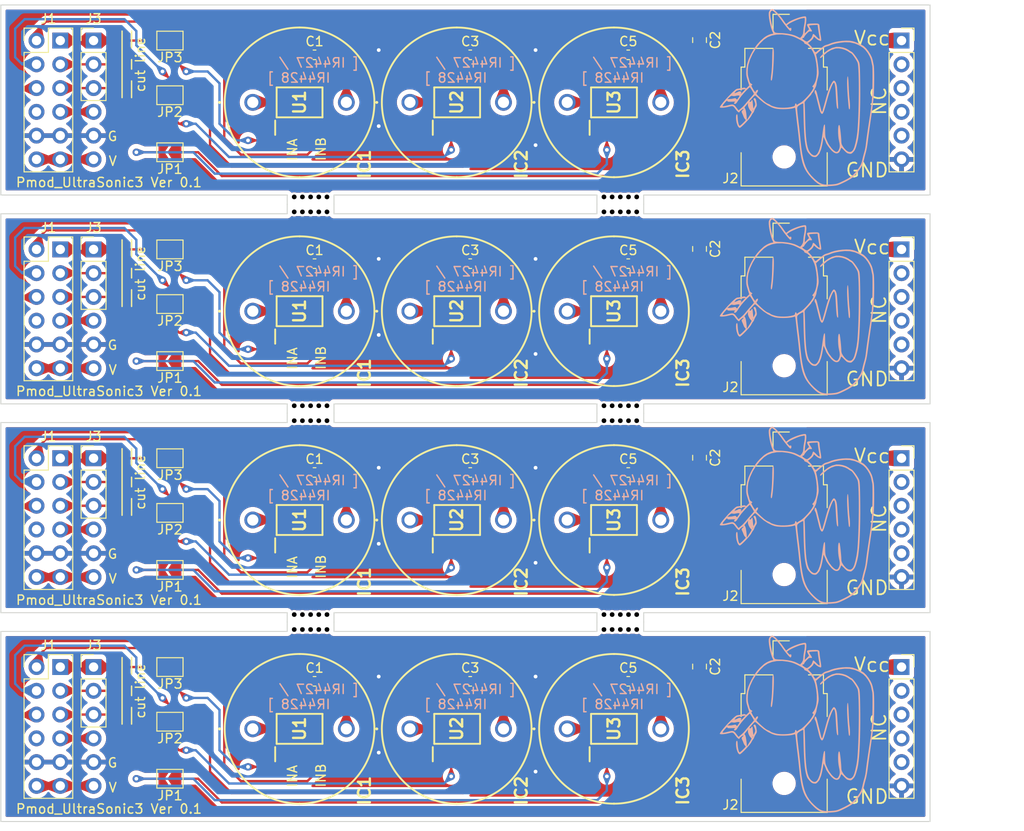
<source format=kicad_pcb>
(kicad_pcb (version 20221018) (generator pcbnew)
  (layers (0 "F.Cu" signal) (31 "B.Cu" signal) (34 "B.Paste" user) (35 "F.Paste" user) (36 "B.SilkS" user "B.Silkscreen") (37 "F.SilkS" user "F.Silkscreen") (38 "B.Mask" user) (39 "F.Mask" user) (44 "Edge.Cuts" user))
  (net 0 "")
  (net 1 "Board_0-GND")
  (net 2 "Board_0-Net-(IC1-INA)")
  (net 3 "Board_0-Net-(IC1-INB)")
  (net 4 "Board_0-Net-(IC1-OUTA)")
  (net 5 "Board_0-Net-(IC1-OUTB)")
  (net 6 "Board_0-Net-(IC1-VS)")
  (net 7 "Board_0-Net-(IC2-INA)")
  (net 8 "Board_0-Net-(IC2-INB)")
  (net 9 "Board_0-Net-(IC2-OUTA)")
  (net 10 "Board_0-Net-(IC2-OUTB)")
  (net 11 "Board_0-Net-(IC3-INA)")
  (net 12 "Board_0-Net-(IC3-INB)")
  (net 13 "Board_0-Net-(IC3-OUTA)")
  (net 14 "Board_0-Net-(IC3-OUTB)")
  (net 15 "Board_0-VCC")
  (net 16 "Board_0-unconnected-(IC1-NC_1-Pad1)")
  (net 17 "Board_0-unconnected-(IC1-NC_2-Pad8)")
  (net 18 "Board_0-unconnected-(IC2-NC_1-Pad1)")
  (net 19 "Board_0-unconnected-(IC2-NC_2-Pad8)")
  (net 20 "Board_0-unconnected-(IC3-NC_1-Pad1)")
  (net 21 "Board_0-unconnected-(IC3-NC_2-Pad8)")
  (net 22 "Board_0-unconnected-(J1-Pin_10-Pad10)")
  (net 23 "Board_0-unconnected-(J1-Pin_4-Pad4)")
  (net 24 "Board_1-GND")
  (net 25 "Board_1-Net-(IC1-INA)")
  (net 26 "Board_1-Net-(IC1-INB)")
  (net 27 "Board_1-Net-(IC1-OUTA)")
  (net 28 "Board_1-Net-(IC1-OUTB)")
  (net 29 "Board_1-Net-(IC1-VS)")
  (net 30 "Board_1-Net-(IC2-INA)")
  (net 31 "Board_1-Net-(IC2-INB)")
  (net 32 "Board_1-Net-(IC2-OUTA)")
  (net 33 "Board_1-Net-(IC2-OUTB)")
  (net 34 "Board_1-Net-(IC3-INA)")
  (net 35 "Board_1-Net-(IC3-INB)")
  (net 36 "Board_1-Net-(IC3-OUTA)")
  (net 37 "Board_1-Net-(IC3-OUTB)")
  (net 38 "Board_1-VCC")
  (net 39 "Board_1-unconnected-(IC1-NC_1-Pad1)")
  (net 40 "Board_1-unconnected-(IC1-NC_2-Pad8)")
  (net 41 "Board_1-unconnected-(IC2-NC_1-Pad1)")
  (net 42 "Board_1-unconnected-(IC2-NC_2-Pad8)")
  (net 43 "Board_1-unconnected-(IC3-NC_1-Pad1)")
  (net 44 "Board_1-unconnected-(IC3-NC_2-Pad8)")
  (net 45 "Board_1-unconnected-(J1-Pin_10-Pad10)")
  (net 46 "Board_1-unconnected-(J1-Pin_4-Pad4)")
  (net 47 "Board_2-GND")
  (net 48 "Board_2-Net-(IC1-INA)")
  (net 49 "Board_2-Net-(IC1-INB)")
  (net 50 "Board_2-Net-(IC1-OUTA)")
  (net 51 "Board_2-Net-(IC1-OUTB)")
  (net 52 "Board_2-Net-(IC1-VS)")
  (net 53 "Board_2-Net-(IC2-INA)")
  (net 54 "Board_2-Net-(IC2-INB)")
  (net 55 "Board_2-Net-(IC2-OUTA)")
  (net 56 "Board_2-Net-(IC2-OUTB)")
  (net 57 "Board_2-Net-(IC3-INA)")
  (net 58 "Board_2-Net-(IC3-INB)")
  (net 59 "Board_2-Net-(IC3-OUTA)")
  (net 60 "Board_2-Net-(IC3-OUTB)")
  (net 61 "Board_2-VCC")
  (net 62 "Board_2-unconnected-(IC1-NC_1-Pad1)")
  (net 63 "Board_2-unconnected-(IC1-NC_2-Pad8)")
  (net 64 "Board_2-unconnected-(IC2-NC_1-Pad1)")
  (net 65 "Board_2-unconnected-(IC2-NC_2-Pad8)")
  (net 66 "Board_2-unconnected-(IC3-NC_1-Pad1)")
  (net 67 "Board_2-unconnected-(IC3-NC_2-Pad8)")
  (net 68 "Board_2-unconnected-(J1-Pin_10-Pad10)")
  (net 69 "Board_2-unconnected-(J1-Pin_4-Pad4)")
  (net 70 "Board_3-GND")
  (net 71 "Board_3-Net-(IC1-INA)")
  (net 72 "Board_3-Net-(IC1-INB)")
  (net 73 "Board_3-Net-(IC1-OUTA)")
  (net 74 "Board_3-Net-(IC1-OUTB)")
  (net 75 "Board_3-Net-(IC1-VS)")
  (net 76 "Board_3-Net-(IC2-INA)")
  (net 77 "Board_3-Net-(IC2-INB)")
  (net 78 "Board_3-Net-(IC2-OUTA)")
  (net 79 "Board_3-Net-(IC2-OUTB)")
  (net 80 "Board_3-Net-(IC3-INA)")
  (net 81 "Board_3-Net-(IC3-INB)")
  (net 82 "Board_3-Net-(IC3-OUTA)")
  (net 83 "Board_3-Net-(IC3-OUTB)")
  (net 84 "Board_3-VCC")
  (net 85 "Board_3-unconnected-(IC1-NC_1-Pad1)")
  (net 86 "Board_3-unconnected-(IC1-NC_2-Pad8)")
  (net 87 "Board_3-unconnected-(IC2-NC_1-Pad1)")
  (net 88 "Board_3-unconnected-(IC2-NC_2-Pad8)")
  (net 89 "Board_3-unconnected-(IC3-NC_1-Pad1)")
  (net 90 "Board_3-unconnected-(IC3-NC_2-Pad8)")
  (net 91 "Board_3-unconnected-(J1-Pin_10-Pad10)")
  (net 92 "Board_3-unconnected-(J1-Pin_4-Pad4)")
  (footprint "NPTH" (layer "F.Cu") (at 131.947667 40.52)
    (fp_text reference "REF**" hide)
    (fp_text value "NPTH" hide)
  )
  (footprint "Capacitor_SMD:C_0603_1608Metric_Pad1.08x0.95mm_HandSolder" (layer "F.Cu") (at 132.371 69.974)
    (fp_text reference "C1")
    (fp_text value "0.1u" hide)
  )
  (footprint "NPTH" (layer "F.Cu") (at 164.177333 85.16)
    (fp_text reference "REF**" hide)
    (fp_text value "NPTH" hide)
  )
  (footprint "Jumper:SolderJumper-2_P1.3mm_Open_TrianglePad1.0x1.5mm" (layer "F.Cu") (at 116.914 96.612 180)
    (fp_text reference "JP2")
    (fp_text value "SolderJumper_2_Open" hide)
  )
  (footprint "Jumper:SolderJumper-2_P1.3mm_Open_TrianglePad1.0x1.5mm" (layer "F.Cu") (at 116.914 51.972 180)
    (fp_text reference "JP2")
    (fp_text value "SolderJumper_2_Open" hide)
  )
  (footprint "NPTH" (layer "F.Cu") (at 130.197667 42.12)
    (fp_text reference "REF**" hide)
    (fp_text value "NPTH" hide)
  )
  (footprint "Capacitor_SMD:C_0603_1608Metric_Pad1.08x0.95mm_HandSolder" (layer "F.Cu") (at 165.899 47.654)
    (fp_text reference "C5")
    (fp_text value "0.1u" hide)
  )
  (footprint "Connector_PinSocket_2.54mm:PinSocket_1x06_P2.54mm_Vertical" (layer "F.Cu") (at 195.109 23.81)
    (fp_text reference "REF**" hide)
    (fp_text value "PinSocket_1x06_P2.54mm_Vertical")
  )
  (footprint "Capacitor_SMD:C_0805_2012Metric_Pad1.18x1.45mm_HandSolder" (layer "F.Cu") (at 173.519 46.0792 -90)
    (fp_text reference "C2")
    (fp_text value "4.7u")
  )
  (footprint "Capacitor_SMD:C_0805_2012Metric_Pad1.18x1.45mm_HandSolder" (layer "F.Cu") (at 173.519 90.7192 -90)
    (fp_text reference "C2")
    (fp_text value "4.7u")
  )
  (footprint "NPTH" (layer "F.Cu") (at 166.802333 42.12)
    (fp_text reference "REF**" hide)
    (fp_text value "NPTH" hide)
  )
  (footprint "NPTH" (layer "F.Cu") (at 165.052333 85.16)
    (fp_text reference "REF**" hide)
    (fp_text value "NPTH" hide)
  )
  (footprint "SamacSys_Parts:CUSAT80182400TH" (layer "F.Cu") (at 125.767 97.374 90)
    (fp_text reference "U1")
    (fp_text value "CUSA-T80-18-2400-TH" hide)
  )
  (footprint "Capacitor_SMD:C_0603_1608Metric_Pad1.08x0.95mm_HandSolder" (layer "F.Cu") (at 165.899 92.294)
    (fp_text reference "C5")
    (fp_text value "0.1u" hide)
  )
  (footprint "NPTH" (layer "F.Cu") (at 131.947667 85.16)
    (fp_text reference "REF**" hide)
    (fp_text value "NPTH" hide)
  )
  (footprint "SamacSys_Parts:CUSAT80182400TH" (layer "F.Cu") (at 142.564 75.054 90)
    (fp_text reference "U2")
    (fp_text value "CUSA-T80-18-2400-TH" hide)
  )
  (footprint "NPTH" (layer "F.Cu") (at 165.052333 42.12)
    (fp_text reference "REF**" hide)
    (fp_text value "NPTH" hide)
  )
  (footprint "NPTH" (layer "F.Cu") (at 164.177333 62.84)
    (fp_text reference "REF**" hide)
    (fp_text value "NPTH" hide)
  )
  (footprint "Jumper:SolderJumper-2_P1.3mm_Open_TrianglePad1.0x1.5mm" (layer "F.Cu") (at 116.914 29.652 180)
    (fp_text reference "JP2")
    (fp_text value "SolderJumper_2_Open" hide)
  )
  (footprint "SamacSys_Parts:CUSAT80182400TH" (layer "F.Cu") (at 159.375 52.734 90)
    (fp_text reference "U3")
    (fp_text value "CUSA-T80-18-2400-TH" hide)
  )
  (footprint "Jumper:SolderJumper-2_P1.3mm_Open_TrianglePad1.0x1.5mm" (layer "F.Cu") (at 116.914 90.77 180)
    (fp_text reference "JP3")
    (fp_text value "SolderJumper_2_Open" hide)
  )
  (footprint "SamacSys_Parts:SOIC127P600X175-8N" (layer "F.Cu") (at 130.767 52.734 90)
    (fp_text reference "IC1")
    (fp_text value "IR4427STRPBF" hide)
  )
  (footprint "Connector_PinSocket_2.54mm:PinSocket_1x06_P2.54mm_Vertical" (layer "F.Cu") (at 195.109 90.77)
    (fp_text reference "REF**" hide)
    (fp_text value "PinSocket_1x06_P2.54mm_Vertical")
  )
  (footprint "Connector_BarrelJack:BarrelJack_CUI_PJ-036AH-SMT_Horizontal" (layer "F.Cu") (at 182.563 29.246)
    (fp_text reference "J2")
    (fp_text value "Barrel_Jack_Switch")
  )
  (footprint "SamacSys_Parts:CUSAT80182400TH" (layer "F.Cu") (at 159.375 75.054 90)
    (fp_text reference "U3")
    (fp_text value "CUSA-T80-18-2400-TH" hide)
  )
  (footprint "NPTH" (layer "F.Cu") (at 133.697667 64.44)
    (fp_text reference "REF**" hide)
    (fp_text value "NPTH" hide)
  )
  (footprint "NPTH" (layer "F.Cu") (at 131.947667 42.12)
    (fp_text reference "REF**" hide)
    (fp_text value "NPTH" hide)
  )
  (footprint "NPTH" (layer "F.Cu") (at 166.802333 85.16)
    (fp_text reference "REF**" hide)
    (fp_text value "NPTH" hide)
  )
  (footprint "NPTH" (layer "F.Cu") (at 130.197667 40.52)
    (fp_text reference "REF**" hide)
    (fp_text value "NPTH" hide)
  )
  (footprint "Jumper:SolderJumper-2_P1.3mm_Open_TrianglePad1.0x1.5mm" (layer "F.Cu") (at 116.914 102.708 180)
    (fp_text reference "JP1")
    (fp_text value "SolderJumper_2_Open" hide)
  )
  (footprint "NPTH" (layer "F.Cu") (at 132.822667 64.44)
    (fp_text reference "REF**" hide)
    (fp_text value "NPTH" hide)
  )
  (footprint "NPTH" (layer "F.Cu") (at 131.072667 62.84)
    (fp_text reference "REF**" hide)
    (fp_text value "NPTH" hide)
  )
  (footprint "Capacitor_SMD:C_0603_1608Metric_Pad1.08x0.95mm_HandSolder" (layer "F.Cu") (at 165.899 25.334)
    (fp_text reference "C5")
    (fp_text value "0.1u" hide)
  )
  (footprint "NPTH" (layer "F.Cu") (at 165.052333 62.84)
    (fp_text reference "REF**" hide)
    (fp_text value "NPTH" hide)
  )
  (footprint "NPTH" (layer "F.Cu") (at 131.072667 64.44)
    (fp_text reference "REF**" hide)
    (fp_text value "NPTH" hide)
  )
  (footprint "Capacitor_SMD:C_0603_1608Metric_Pad1.08x0.95mm_HandSolder" (layer "F.Cu") (at 132.371 92.294)
    (fp_text reference "C1")
    (fp_text value "0.1u" hide)
  )
  (footprint "NPTH" (layer "F.Cu") (at 165.927333 62.84)
    (fp_text reference "REF**" hide)
    (fp_text value "NPTH" hide)
  )
  (footprint "Connector_BarrelJack:BarrelJack_CUI_PJ-036AH-SMT_Horizontal" (layer "F.Cu") (at 182.563 96.206)
    (fp_text reference "J2")
    (fp_text value "Barrel_Jack_Switch")
  )
  (footprint "NPTH" (layer "F.Cu") (at 132.822667 40.52)
    (fp_text reference "REF**" hide)
    (fp_text value "NPTH" hide)
  )
  (footprint "NPTH" (layer "F.Cu") (at 132.822667 42.12)
    (fp_text reference "REF**" hide)
    (fp_text value "NPTH" hide)
  )
  (footprint "NPTH" (layer "F.Cu") (at 163.302333 86.76)
    (fp_text reference "REF**" hide)
    (fp_text value "NPTH" hide)
  )
  (footprint "Connector_PinSocket_2.54mm:PinSocket_1x03_P2.54mm_Vertical" (layer "F.Cu") (at 108.749 53.75)
    (fp_text reference "REF**" hide)
    (fp_text value "PinSocket_1x03_P2.54mm_Vertical" hide)
  )
  (footprint "NPTH" (layer "F.Cu") (at 164.177333 42.12)
    (fp_text reference "REF**" hide)
    (fp_text value "NPTH" hide)
  )
  (footprint "Capacitor_SMD:C_0603_1608Metric_Pad1.08x0.95mm_HandSolder" (layer "F.Cu") (at 132.371 47.654)
    (fp_text reference "C1")
    (fp_text value "0.1u" hide)
  )
  (footprint "Jumper:SolderJumper-2_P1.3mm_Open_TrianglePad1.0x1.5mm" (layer "F.Cu") (at 116.914 80.388 180)
    (fp_text reference "JP1")
    (fp_text value "SolderJumper_2_Open" hide)
  )
  (footprint "NPTH" (layer "F.Cu") (at 131.072667 40.52)
    (fp_text reference "REF**" hide)
    (fp_text value "NPTH" hide)
  )
  (footprint "SamacSys_Parts:CUSAT80182400TH" (layer "F.Cu") (at 142.564 52.734 90)
    (fp_text reference "U2")
    (fp_text value "CUSA-T80-18-2400-TH" hide)
  )
  (footprint "NPTH" (layer "F.Cu") (at 133.697667 40.52)
    (fp_text reference "REF**" hide)
    (fp_text value "NPTH" hide)
  )
  (footprint "SamacSys_Parts:SOIC127P600X175-8N" (layer "F.Cu") (at 164.375 52.734 90)
    (fp_text reference "IC3")
    (fp_text value "IR4427STRPBF" hide)
  )
  (footprint "SamacSys_Parts:SOIC127P600X175-8N" (layer "F.Cu") (at 164.375 30.414 90)
    (fp_text reference "IC3")
    (fp_text value "IR4427STRPBF" hide)
  )
  (footprint "NPTH" (layer "F.Cu") (at 131.072667 85.16)
    (fp_text reference "REF**" hide)
    (fp_text value "NPTH" hide)
  )
  (footprint "SamacSys_Parts:CUSAT80182400TH" (layer "F.Cu") (at 125.767 52.734 90)
    (fp_text reference "U1")
    (fp_text value "CUSA-T80-18-2400-TH" hide)
  )
  (footprint "NPTH" (layer "F.Cu") (at 165.927333 64.44)
    (fp_text reference "REF**" hide)
    (fp_text value "NPTH" hide)
  )
  (footprint "Connector_PinSocket_2.54mm:PinSocket_1x03_P2.54mm_Vertical" (layer "F.Cu") (at 108.749 31.43)
    (fp_text reference "REF**" hide)
    (fp_text value "PinSocket_1x03_P2.54mm_Vertical" hide)
  )
  (footprint "NPTH" (layer "F.Cu") (at 131.947667 86.76)
    (fp_text reference "REF**" hide)
    (fp_text value "NPTH" hide)
  )
  (footprint "NPTH" (layer "F.Cu") (at 165.052333 40.52)
    (fp_text reference "REF**" hide)
    (fp_text value "NPTH" hide)
  )
  (footprint "SamacSys_Parts:CUSAT80182400TH" (layer "F.Cu") (at 142.564 97.374 90)
    (fp_text reference "U2")
    (fp_text value "CUSA-T80-18-2400-TH" hide)
  )
  (footprint "NPTH" (layer "F.Cu") (at 163.302333 62.84)
    (fp_text reference "REF**" hide)
    (fp_text value "NPTH" hide)
  )
  (footprint "Jumper:SolderJumper-2_P1.3mm_Open_TrianglePad1.0x1.5mm" (layer "F.Cu") (at 116.914 23.81 180)
    (fp_text reference "JP3")
    (fp_text value "SolderJumper_2_Open" hide)
  )
  (footprint "NPTH" (layer "F.Cu") (at 165.927333 40.52)
    (fp_text reference "REF**" hide)
    (fp_text value "NPTH" hide)
  )
  (footprint "SamacSys_Parts:CUSAT80182400TH" (layer "F.Cu") (at 125.767 30.414 90)
    (fp_text reference "U1")
    (fp_text value "CUSA-T80-18-2400-TH" hide)
  )
  (footprint "NPTH" (layer "F.Cu") (at 166.802333 86.76)
    (fp_text reference "REF**" hide)
    (fp_text value "NPTH" hide)
  )
  (footprint "SamacSys_Parts:CUSAT80182400TH" (layer "F.Cu") (at 159.375 97.374 90)
    (fp_text reference "U3")
    (fp_text value "CUSA-T80-18-2400-TH" hide)
  )
  (footprint "Connector_PinHeader_2.54mm:PinHeader_1x03_P2.54mm_Vertical" (layer "F.Cu") (at 108.749 46.13)
    (fp_text reference "J3")
    (fp_text value "Conn_01x03")
  )
  (footprint "NPTH" (layer "F.Cu") (at 133.697667 42.12)
    (fp_text reference "REF**" hide)
    (fp_text value "NPTH" hide)
  )
  (footprint "NPTH" (layer "F.Cu") (at 132.822667 62.84)
    (fp_text reference "REF**" hide)
    (fp_text value "NPTH" hide)
  )
  (footprint "Connector_BarrelJack:BarrelJack_CUI_PJ-036AH-SMT_Horizontal" (layer "F.Cu") (at 182.563 73.886)
    (fp_text reference "J2")
    (fp_text value "Barrel_Jack_Switch")
  )
  (footprint "NPTH" (layer "F.Cu") (at 131.947667 64.44)
    (fp_text reference "REF**" hide)
    (fp_text value "NPTH" hide)
  )
  (footprint "NPTH" (layer "F.Cu") (at 165.927333 42.12)
    (fp_text reference "REF**" hide)
    (fp_text value "NPTH" hide)
  )
  (footprint "SamacSys_Parts:SOIC127P600X175-8N" (layer "F.Cu") (at 164.375 97.374 90)
    (fp_text reference "IC3")
    (fp_text value "IR4427STRPBF" hide)
  )
  (footprint "NPTH" (layer "F.Cu") (at 165.927333 85.16)
    (fp_text reference "REF**" hide)
    (fp_text value "NPTH" hide)
  )
  (footprint "Jumper:SolderJumper-2_P1.3mm_Open_TrianglePad1.0x1.5mm" (layer "F.Cu") (at 116.914 35.748 180)
    (fp_text reference "JP1")
    (fp_text value "SolderJumper_2_Open" hide)
  )
  (footprint "Connector_PinSocket_2.54mm:PinSocket_1x03_P2.54mm_Vertical" (layer "F.Cu") (at 108.749 76.07)
    (fp_text reference "REF**" hide)
    (fp_text value "PinSocket_1x03_P2.54mm_Vertical" hide)
  )
  (footprint "NPTH" (layer "F.Cu") (at 165.052333 64.44)
    (fp_text reference "REF**" hide)
    (fp_text value "NPTH" hide)
  )
  (footprint "SamacSys_Parts:SOIC127P600X175-8N" (layer "F.Cu") (at 147.611 30.414 90)
    (fp_text reference "IC2")
    (fp_text value "IR4427STRPBF" hide)
  )
  (footprint "Connector_PinHeader_2.54mm:PinHeader_2x06_P2.54mm_Vertical" (layer "F.Cu") (at 102.652 23.81)
    (fp_text reference "J1")
    (fp_text value "Pmod_Header")
  )
  (footprint "SamacSys_Parts:CUSAT80182400TH" (layer "F.Cu") (at 142.564 30.414 90)
    (fp_text reference "U2")
    (fp_text value "CUSA-T80-18-2400-TH" hide)
  )
  (footprint "Connector_PinHeader_2.54mm:PinHeader_2x06_P2.54mm_Vertical" (layer "F.Cu") (at 102.652 90.77)
    (fp_text reference "J1")
    (fp_text value "Pmod_Header")
  )
  (footprint "SamacSys_Parts:SOIC127P600X175-8N" (layer "F.Cu") (at 147.611 75.054 90)
    (fp_text reference "IC2")
    (fp_text value "IR4427STRPBF" hide)
  )
  (footprint "NPTH" (layer "F.Cu") (at 163.302333 64.44)
    (fp_text reference "REF**" hide)
    (fp_text value "NPTH" hide)
  )
  (footprint "Jumper:SolderJumper-2_P1.3mm_Open_TrianglePad1.0x1.5mm" (layer "F.Cu") (at 116.914 46.13 180)
    (fp_text reference "JP3")
    (fp_text value "SolderJumper_2_Open" hide)
  )
  (footprint "SamacSys_Parts:CUSAT80182400TH" (layer "F.Cu") (at 159.375 30.414 90)
    (fp_text reference "U3")
    (fp_text value "CUSA-T80-18-2400-TH" hide)
  )
  (footprint "NPTH" (layer "F.Cu") (at 133.697667 85.16)
    (fp_text reference "REF**" hide)
    (fp_text value "NPTH" hide)
  )
  (footprint "NPTH" (layer "F.Cu") (at 130.197667 85.16)
    (fp_text reference "REF**" hide)
    (fp_text value "NPTH" hide)
  )
  (footprint "Connector_PinSocket_2.54mm:PinSocket_1x06_P2.54mm_Vertical" (layer "F.Cu") (at 195.109 46.13)
    (fp_text reference "REF**" hide)
    (fp_text value "PinSocket_1x06_P2.54mm_Vertical")
  )
  (footprint "Connector_PinHeader_2.54mm:PinHeader_2x06_P2.54mm_Vertical" (layer "F.Cu") (at 102.652 46.13)
    (fp_text reference "J1")
    (fp_text value "Pmod_Header")
  )
  (footprint "NPTH" (layer "F.Cu") (at 164.177333 40.52)
    (fp_text reference "REF**" hide)
    (fp_text value "NPTH" hide)
  )
  (footprint "Connector_PinHeader_2.54mm:PinHeader_2x06_P2.54mm_Vertical" (layer "F.Cu") (at 102.652 68.45)
    (fp_text reference "J1")
    (fp_text value "Pmod_Header")
  )
  (footprint "Capacitor_SMD:C_0805_2012Metric_Pad1.18x1.45mm_HandSolder" (layer "F.Cu") (at 173.519 68.3992 -90)
    (fp_text reference "C2")
    (fp_text value "4.7u")
  )
  (footprint "Capacitor_SMD:C_0805_2012Metric_Pad1.18x1.45mm_HandSolder" (layer "F.Cu") (at 173.519 23.7592 -90)
    (fp_text reference "C2")
    (fp_text value "4.7u")
  )
  (footprint "Connector_PinSocket_2.54mm:PinSocket_1x03_P2.54mm_Vertical" (layer "F.Cu") (at 108.749 98.39)
    (fp_text reference "REF**" hide)
    (fp_text value "PinSocket_1x03_P2.54mm_Vertical" hide)
  )
  (footprint "SamacSys_Parts:SOIC127P600X175-8N" (layer "F.Cu") (at 130.767 97.374 90)
    (fp_text reference "IC1")
    (fp_text value "IR4427STRPBF" hide)
  )
  (footprint "Capacitor_SMD:C_0603_1608Metric_Pad1.08x0.95mm_HandSolder" (layer "F.Cu") (at 149.008 69.974)
    (fp_text reference "C3")
    (fp_text value "0.1u" hide)
  )
  (footprint "NPTH" (layer "F.Cu") (at 130.197667 62.84)
    (fp_text reference "REF**" hide)
    (fp_text value "NPTH" hide)
  )
  (footprint "SamacSys_Parts:SOIC127P600X175-8N" (layer "F.Cu") (at 164.375 75.054 90)
    (fp_text reference "IC3")
    (fp_text value "IR4427STRPBF" hide)
  )
  (footprint "NPTH" (layer "F.Cu") (at 131.072667 86.76)
    (fp_text reference "REF**" hide)
    (fp_text value "NPTH" hide)
  )
  (footprint "Capacitor_SMD:C_0603_1608Metric_Pad1.08x0.95mm_HandSolder" (layer "F.Cu") (at 149.008 92.294)
    (fp_text reference "C3")
    (fp_text value "0.1u" hide)
  )
  (footprint "NPTH" (layer "F.Cu") (at 163.302333 42.12)
    (fp_text reference "REF**" hide)
    (fp_text value "NPTH" hide)
  )
  (footprint "NPTH" (layer "F.Cu") (at 130.197667 86.76)
    (fp_text reference "REF**" hide)
    (fp_text value "NPTH" hide)
  )
  (footprint "NPTH" (layer "F.Cu") (at 133.697667 62.84)
    (fp_text reference "REF**" hide)
    (fp_text value "NPTH" hide)
  )
  (footprint "Connector_PinHeader_2.54mm:PinHeader_1x03_P2.54mm_Vertical" (layer "F.Cu") (at 108.749 23.81)
    (fp_text reference "J3")
    (fp_text value "Conn_01x03")
  )
  (footprint "Connector_BarrelJack:BarrelJack_CUI_PJ-036AH-SMT_Horizontal" (layer "F.Cu") (at 182.563 51.566)
    (fp_text reference "J2")
    (fp_text value "Barrel_Jack_Switch")
  )
  (footprint "Connector_PinHeader_2.54mm:PinHeader_1x03_P2.54mm_Vertical" (layer "F.Cu") (at 108.749 90.77)
    (fp_text reference "J3")
    (fp_text value "Conn_01x03")
  )
  (footprint "SamacSys_Parts:CUSAT80182400TH" (layer "F.Cu") (at 125.767 75.054 90)
    (fp_text reference "U1")
    (fp_text value "CUSA-T80-18-2400-TH" hide)
  )
  (footprint "NPTH" (layer "F.Cu") (at 132.822667 86.76)
    (fp_text reference "REF**" hide)
    (fp_text value "NPTH" hide)
  )
  (footprint "NPTH" (layer "F.Cu") (at 163.302333 85.16)
    (fp_text reference "REF**" hide)
    (fp_text value "NPTH" hide)
  )
  (footprint "NPTH" (layer "F.Cu") (at 132.822667 85.16)
    (fp_text reference "REF**" hide)
    (fp_text value "NPTH" hide)
  )
  (footprint "Capacitor_SMD:C_0603_1608Metric_Pad1.08x0.95mm_HandSolder" (layer "F.Cu") (at 149.008 25.334)
    (fp_text reference "C3")
    (fp_text value "0.1u" hide)
  )
  (footprint "SamacSys_Parts:SOIC127P600X175-8N" (layer "F.Cu") (at 147.611 52.734 90)
    (fp_text reference "IC2")
    (fp_text value "IR4427STRPBF" hide)
  )
  (footprint "NPTH" (layer "F.Cu") (at 165.927333 86.76)
    (fp_text reference "REF**" hide)
    (fp_text value "NPTH" hide)
  )
  (footprint "NPTH" (layer "F.Cu") (at 131.072667 42.12)
    (fp_text reference "REF**" hide)
    (fp_text value "NPTH" hide)
  )
  (footprint "SamacSys_Parts:SOIC127P600X175-8N" (layer "F.Cu") (at 130.767 75.054 90)
    (fp_text reference "IC1")
    (fp_text value "IR4427STRPBF" hide)
  )
  (footprint "NPTH" (layer "F.Cu") (at 166.802333 40.52)
    (fp_text reference "REF**" hide)
    (fp_text value "NPTH" hide)
  )
  (footprint "Jumper:SolderJumper-2_P1.3mm_Open_TrianglePad1.0x1.5mm" (layer "F.Cu") (at 116.914 58.068 180)
    (fp_text reference "JP1")
    (fp_text value "SolderJumper_2_Open" hide)
  )
  (footprint "NPTH" (layer "F.Cu") (at 130.197667 64.44)
    (fp_text reference "REF**" hide)
    (fp_text value "NPTH" hide)
  )
  (footprint "Connector_PinSocket_2.54mm:PinSocket_1x06_P2.54mm_Vertical" (layer "F.Cu") (at 195.109 68.45)
    (fp_text reference "REF**" hide)
    (fp_text value "PinSocket_1x06_P2.54mm_Vertical")
  )
  (footprint "SamacSys_Parts:SOIC127P600X175-8N" (layer "F.Cu") (at 147.611 97.374 90)
    (fp_text reference "IC2")
    (fp_text value "IR4427STRPBF" hide)
  )
  (footprint "NPTH" (layer "F.Cu") (at 166.802333 62.84)
    (fp_text reference "REF**" hide)
    (fp_text value "NPTH" hide)
  )
  (footprint "NPTH" (layer "F.Cu") (at 133.697667 86.76)
    (fp_text reference "REF**" hide)
    (fp_text value "NPTH" hide)
  )
  (footprint "SamacSys_Parts:SOIC127P600X175-8N" (layer "F.Cu") (at 130.767 30.414 90)
    (fp_text reference "IC1")
    (fp_text value "IR4427STRPBF" hide)
  )
  (footprint "Capacitor_SMD:C_0603_1608Metric_Pad1.08x0.95mm_HandSolder" (layer "F.Cu") (at 132.371 25.334)
    (fp_text reference "C1")
    (fp_text value "0.1u" hide)
  )
  (footprint "Capacitor_SMD:C_0603_1608Metric_Pad1.08x0.95mm_HandSolder" (layer "F.Cu") (at 165.899 69.974)
    (fp_text reference "C5")
    (fp_text value "0.1u" hide)
  )
  (footprint "NPTH" (layer "F.Cu") (at 166.802333 64.44)
    (fp_text reference "REF**" hide)
    (fp_text value "NPTH" hide)
  )
  (footprint "NPTH" (layer "F.Cu") (at 165.052333 86.76)
    (fp_text reference "REF**" hide)
    (fp_text value "NPTH" hide)
  )
  (footprint "Jumper:SolderJumper-2_P1.3mm_Open_TrianglePad1.0x1.5mm" (layer "F.Cu") (at 116.914 68.45 180)
    (fp_text reference "JP3")
    (fp_text value "SolderJumper_2_Open" hide)
  )
  (footprint "NPTH" (layer "F.Cu") (at 163.302333 40.52)
    (fp_text reference "REF**" hide)
    (fp_text value "NPTH" hide)
  )
  (footprint "NPTH" (layer "F.Cu") (at 164.177333 64.44)
    (fp_text reference "REF**" hide)
    (fp_text value "NPTH" hide)
  )
  (footprint "Jumper:SolderJumper-2_P1.3mm_Open_TrianglePad1.0x1.5mm" (layer "F.Cu") (at 116.914 74.292 180)
    (fp_text reference "JP2")
    (fp_text value "SolderJumper_2_Open" hide)
  )
  (footprint "NPTH" (layer "F.Cu") (at 131.947667 62.84)
    (fp_text reference "REF**" hide)
    (fp_text value "NPTH" hide)
  )
  (footprint "Capacitor_SMD:C_0603_1608Metric_Pad1.08x0.95mm_HandSolder" (layer "F.Cu") (at 149.008 47.654)
    (fp_text reference "C3")
    (fp_text value "0.1u" hide)
  )
  (footprint "Connector_PinHeader_2.54mm:PinHeader_1x03_P2.54mm_Vertical" (layer "F.Cu") (at 108.749 68.45)
    (fp_text reference "J3")
    (fp_text value "Conn_01x03")
  )
  (footprint "NPTH" (layer "F.Cu") (at 164.177333 86.76)
    (fp_text reference "REF**" hide)
    (fp_text value "NPTH" hide)
  )
  (footprint "MyLibrary:kamo20" (layer "B.Cu") (at 184.937231 52.105794 -90)
    (fp_text reference "G***" hide)
    (fp_text value "LOGO" hide)
  )
  (footprint "MyLibrary:kamo20" (layer "B.Cu") (at 184.937231 74.425794 -90)
    (fp_text reference "G***" hide)
    (fp_text value "LOGO" hide)
  )
  (footprint "MyLibrary:kamo20" (layer "B.Cu") (at 184.937231 29.785794 -90)
    (fp_text reference "G***" hide)
    (fp_text value "LOGO" hide)
  )
  (footprint "MyLibrary:kamo20" (layer "B.Cu") (at 184.937231 96.745794 -90)
    (fp_text reference "G***" hide)
    (fp_text value "LOGO" hide)
  )
  (gr_line (start 112.813 29.906) (end 112.813 28.128) (stroke (width 0.15)) (layer "F.SilkS"))
  (gr_line (start 111.797 29.906) (end 111.797 22.794) (stroke (width 0.15)) (layer "F.SilkS"))
  (gr_line (start 111.797 96.866) (end 111.797 89.754) (stroke (width 0.15)) (layer "F.SilkS"))
  (gr_line (start 112.813 49.178) (end 112.813 48.162) (stroke (width 0.15)) (layer "F.SilkS"))
  (gr_line (start 112.813 91.532) (end 112.813 89.754) (stroke (width 0.15)) (layer "F.SilkS"))
  (gr_line (start 112.813 74.546) (end 112.813 72.768) (stroke (width 0.15)) (layer "F.SilkS"))
  (gr_line (start 111.797 52.226) (end 111.797 45.114) (stroke (width 0.15)) (layer "F.SilkS"))
  (gr_line (start 112.813 69.212) (end 112.813 67.434) (stroke (width 0.15)) (layer "F.SilkS"))
  (gr_line (start 112.813 52.226) (end 112.813 50.448) (stroke (width 0.15)) (layer "F.SilkS"))
  (gr_line (start 112.813 46.892) (end 112.813 45.114) (stroke (width 0.15)) (layer "F.SilkS"))
  (gr_line (start 112.813 93.818) (end 112.813 92.802) (stroke (width 0.15)) (layer "F.SilkS"))
  (gr_line (start 112.813 24.572) (end 112.813 22.794) (stroke (width 0.15)) (layer "F.SilkS"))
  (gr_line (start 112.813 96.866) (end 112.813 95.088) (stroke (width 0.15)) (layer "F.SilkS"))
  (gr_line (start 112.813 26.858) (end 112.813 25.842) (stroke (width 0.15)) (layer "F.SilkS"))
  (gr_line (start 111.797 74.546) (end 111.797 67.434) (stroke (width 0.15)) (layer "F.SilkS"))
  (gr_line (start 112.813 71.498) (end 112.813 70.482) (stroke (width 0.15)) (layer "F.SilkS"))
  (gr_line (start 129.447666 86.96) (end 98.843 86.96) (stroke (width 0.1)) (layer "Edge.Cuts"))
  (gr_line (start 129.447666 41.32) (end 129.447666 42.32) (stroke (width 0.1)) (layer "Edge.Cuts"))
  (gr_line (start 198.157 40.32) (end 198.157 20) (stroke (width 0.1)) (layer "Edge.Cuts"))
  (gr_line (start 98.843 42.32) (end 98.843 62.64) (stroke (width 0.1)) (layer "Edge.Cuts"))
  (gr_line (start 162.552333 84.96) (end 162.552333 85.96) (stroke (width 0.1)) (layer "Edge.Cuts"))
  (gr_line (start 129.447666 63.64) (end 129.447666 64.64) (stroke (width 0.1)) (layer "Edge.Cuts"))
  (gr_line (start 162.552333 40.32) (end 162.552333 41.32) (stroke (width 0.1)) (layer "Edge.Cuts"))
  (gr_line (start 134.447666 63.64) (end 134.447666 63.64) (stroke (width 0.1)) (layer "Edge.Cuts"))
  (gr_line (start 167.552333 40.32) (end 198.157 40.32) (stroke (width 0.1)) (layer "Edge.Cuts"))
  (gr_line (start 198.157 86.96) (end 167.552333 86.96) (stroke (width 0.1)) (layer "Edge.Cuts"))
  (gr_line (start 134.447666 62.64) (end 162.552333 62.64) (stroke (width 0.1)) (layer "Edge.Cuts"))
  (gr_line (start 134.447666 85.96) (end 134.447666 85.96) (stroke (width 0.1)) (layer "Edge.Cuts"))
  (gr_line (start 198.157 42.32) (end 167.552333 42.32) (stroke (width 0.1)) (layer "Edge.Cuts"))
  (gr_line (start 98.843 62.64) (end 129.447666 62.64) (stroke (width 0.1)) (layer "Edge.Cuts"))
  (gr_line (start 129.447666 62.64) (end 129.447666 63.64) (stroke (width 0.1)) (layer "Edge.Cuts"))
  (gr_line (start 134.447666 42.32) (end 134.447666 41.32) (stroke (width 0.1)) (layer "Edge.Cuts"))
  (gr_line (start 162.552333 86.96) (end 134.447666 86.96) (stroke (width 0.1)) (layer "Edge.Cuts"))
  (gr_line (start 198.157 107.28) (end 198.157 86.96) (stroke (width 0.1)) (layer "Edge.Cuts"))
  (gr_line (start 167.552333 64.64) (end 167.552333 63.64) (stroke (width 0.1)) (layer "Edge.Cuts"))
  (gr_line (start 134.447666 63.64) (end 134.447666 62.64) (stroke (width 0.1)) (layer "Edge.Cuts"))
  (gr_line (start 198.157 62.64) (end 198.157 42.32) (stroke (width 0.1)) (layer "Edge.Cuts"))
  (gr_line (start 129.447666 64.64) (end 98.843 64.64) (stroke (width 0.1)) (layer "Edge.Cuts"))
  (gr_line (start 98.843 20) (end 98.843 40.32) (stroke (width 0.1)) (layer "Edge.Cuts"))
  (gr_line (start 98.843 107.28) (end 198.157 107.28) (stroke (width 0.1)) (layer "Edge.Cuts"))
  (gr_line (start 98.843 84.96) (end 129.447666 84.96) (stroke (width 0.1)) (layer "Edge.Cuts"))
  (gr_line (start 134.447666 40.32) (end 162.552333 40.32) (stroke (width 0.1)) (layer "Edge.Cuts"))
  (gr_line (start 134.447666 64.64) (end 134.447666 63.64) (stroke (width 0.1)) (layer "Edge.Cuts"))
  (gr_line (start 167.552333 63.64) (end 167.552333 62.64) (stroke (width 0.1)) (layer "Edge.Cuts"))
  (gr_line (start 134.447666 41.32) (end 134.447666 40.32) (stroke (width 0.1)) (layer "Edge.Cuts"))
  (gr_line (start 198.157 20) (end 98.843 20) (stroke (width 0.1)) (layer "Edge.Cuts"))
  (gr_line (start 134.447666 42.32) (end 134.447666 42.32) (stroke (width 0.1)) (layer "Edge.Cuts"))
  (gr_line (start 162.552333 85.96) (end 162.552333 86.96) (stroke (width 0.1)) (layer "Edge.Cuts"))
  (gr_line (start 129.447666 85.96) (end 129.447666 86.96) (stroke (width 0.1)) (layer "Edge.Cuts"))
  (gr_line (start 129.447666 42.32) (end 98.843 42.32) (stroke (width 0.1)) (layer "Edge.Cuts"))
  (gr_line (start 129.447666 40.32) (end 129.447666 40.32) (stroke (width 0.1)) (layer "Edge.Cuts"))
  (gr_line (start 162.552333 42.32) (end 134.447666 42.32) (stroke (width 0.1)) (layer "Edge.Cuts"))
  (gr_line (start 198.157 64.64) (end 167.552333 64.64) (stroke (width 0.1)) (layer "Edge.Cuts"))
  (gr_line (start 162.552333 63.64) (end 162.552333 64.64) (stroke (width 0.1)) (layer "Edge.Cuts"))
  (gr_line (start 98.843 64.64) (end 98.843 84.96) (stroke (width 0.1)) (layer "Edge.Cuts"))
  (gr_line (start 167.552333 62.64) (end 198.157 62.64) (stroke (width 0.1)) (layer "Edge.Cuts"))
  (gr_line (start 129.447666 84.96) (end 129.447666 85.96) (stroke (width 0.1)) (layer "Edge.Cuts"))
  (gr_line (start 162.552333 64.64) (end 134.447666 64.64) (stroke (width 0.1)) (layer "Edge.Cuts"))
  (gr_line (start 167.552333 85.96) (end 167.552333 84.96) (stroke (width 0.1)) (layer "Edge.Cuts"))
  (gr_line (start 98.843 40.32) (end 129.447666 40.32) (stroke (width 0.1)) (layer "Edge.Cuts"))
  (gr_line (start 98.843 86.96) (end 98.843 107.28) (stroke (width 0.1)) (layer "Edge.Cuts"))
  (gr_line (start 134.447666 86.96) (end 134.447666 85.96) (stroke (width 0.1)) (layer "Edge.Cuts"))
  (gr_line (start 162.552333 62.64) (end 162.552333 63.64) (stroke (width 0.1)) (layer "Edge.Cuts"))
  (gr_line (start 134.447666 84.96) (end 162.552333 84.96) (stroke (width 0.1)) (layer "Edge.Cuts"))
  (gr_line (start 167.552333 84.96) (end 198.157 84.96) (stroke (width 0.1)) (layer "Edge.Cuts"))
  (gr_line (start 167.552333 41.32) (end 167.552333 40.32) (stroke (width 0.1)) (layer "Edge.Cuts"))
  (gr_line (start 198.157 84.96) (end 198.157 64.64) (stroke (width 0.1)) (layer "Edge.Cuts"))
  (gr_line (start 134.447666 85.96) (end 134.447666 84.96) (stroke (width 0.1)) (layer "Edge.Cuts"))
  (gr_line (start 162.552333 41.32) (end 162.552333 42.32) (stroke (width 0.1)) (layer "Edge.Cuts"))
  (gr_line (start 129.447666 40.32) (end 129.447666 41.32) (stroke (width 0.1)) (layer "Edge.Cuts"))
  (gr_line (start 167.552333 86.96) (end 167.552333 85.96) (stroke (width 0.1)) (layer "Edge.Cuts"))
  (gr_line (start 167.552333 42.32) (end 167.552333 41.32) (stroke (width 0.1)) (layer "Edge.Cuts"))
  (gr_text "[ IR4427 /\n    IR4428 ]" (at 153.961 95.342) (layer "B.SilkS") (effects (font (size 1 1)) (justify left bottom mirror)))
  (gr_text "[ IR4427 /\n    IR4428 ]" (at 153.961 28.382) (layer "B.SilkS") (effects (font (size 1 1)) (justify left bottom mirror)))
  (gr_text "[ IR4427 /\n    IR4428 ]" (at 170.725 50.702) (layer "B.SilkS") (effects (font (size 1 1)) (justify left bottom mirror)))
  (gr_text "[ IR4427 /\n    IR4428 ]" (at 170.725 95.342) (layer "B.SilkS") (effects (font (size 1 1)) (justify left bottom mirror)))
  (gr_text "[ IR4427 /\n    IR4428 ]" (at 137.197 95.342) (layer "B.SilkS") (effects (font (size 1 1)) (justify left bottom mirror)))
  (gr_text "[ IR4427 /\n    IR4428 ]" (at 137.197 28.382) (layer "B.SilkS") (effects (font (size 1 1)) (justify left bottom mirror)))
  (gr_text "[ IR4427 /\n    IR4428 ]" (at 137.197 50.702) (layer "B.SilkS") (effects (font (size 1 1)) (justify left bottom mirror)))
  (gr_text "[ IR4427 /\n    IR4428 ]" (at 170.725 73.022) (layer "B.SilkS") (effects (font (size 1 1)) (justify left bottom mirror)))
  (gr_text "[ IR4427 /\n    IR4428 ]" (at 170.725 28.382) (layer "B.SilkS") (effects (font (size 1 1)) (justify left bottom mirror)))
  (gr_text "[ IR4427 /\n    IR4428 ]" (at 153.961 50.702) (layer "B.SilkS") (effects (font (size 1 1)) (justify left bottom mirror)))
  (gr_text "[ IR4427 /\n    IR4428 ]" (at 153.961 73.022) (layer "B.SilkS") (effects (font (size 1 1)) (justify left bottom mirror)))
  (gr_text "[ IR4427 /\n    IR4428 ]" (at 137.197 73.022) (layer "B.SilkS") (effects (font (size 1 1)) (justify left bottom mirror)))
  (gr_text "cut line" (at 114.337 96.358 90) (layer "F.SilkS") (effects (font (size 1 1)) (justify left bottom)))
  (gr_text "cut line" (at 114.337 74.038 90) (layer "F.SilkS") (effects (font (size 1 1)) (justify left bottom)))
  (gr_text "G" (at 110.1714 79.2704) (layer "F.SilkS") (effects (font (size 1 1)) (justify left bottom)))
  (gr_text "GND" (at 189.013 105.502) (layer "F.SilkS") (effects (font (size 1.5 1.5) (thickness 0.1875)) (justify left bottom)))
  (gr_text "Pmod_UltraSonic3 Ver 0.1" (at 100.367 84.198) (layer "F.SilkS") (effects (font (size 1 1)) (justify left bottom)))
  (gr_text "Vcc" (at 189.902 24.445) (layer "F.SilkS") (effects (font (size 1.5 1.5) (thickness 0.1875)) (justify left bottom)))
  (gr_text "INA" (at 130.593 81.404 90) (layer "F.SilkS") (effects (font (size 1 1)) (justify left bottom)))
  (gr_text "NC" (at 193.585 54.258 90) (layer "F.SilkS") (effects (font (size 1.5 1.5) (thickness 0.1875)) (justify left bottom)))
  (gr_text "GND" (at 189.013 38.542) (layer "F.SilkS") (effects (font (size 1.5 1.5) (thickness 0.1875)) (justify left bottom)))
  (gr_text "Vcc" (at 189.902 69.085) (layer "F.SilkS") (effects (font (size 1.5 1.5) (thickness 0.1875)) (justify left bottom)))
  (gr_text "cut line" (at 114.337 51.718 90) (layer "F.SilkS") (effects (font (size 1 1)) (justify left bottom)))
  (gr_text "NC" (at 193.585 76.578 90) (layer "F.SilkS") (effects (font (size 1.5 1.5) (thickness 0.1875)) (justify left bottom)))
  (gr_text "G" (at 110.1714 34.6304) (layer "F.SilkS") (effects (font (size 1 1)) (justify left bottom)))
  (gr_text "INB" (at 133.641 36.764 90) (layer "F.SilkS") (effects (font (size 1 1)) (justify left bottom)))
  (gr_text "GND" (at 189.013 83.182) (layer "F.SilkS") (effects (font (size 1.5 1.5) (thickness 0.1875)) (justify left bottom)))
  (gr_text "Vcc" (at 189.902 91.405) (layer "F.SilkS") (effects (font (size 1.5 1.5) (thickness 0.1875)) (justify left bottom)))
  (gr_text "GND" (at 189.013 60.862) (layer "F.SilkS") (effects (font (size 1.5 1.5) (thickness 0.1875)) (justify left bottom)))
  (gr_text "INB" (at 133.641 81.404 90) (layer "F.SilkS") (effects (font (size 1 1)) (justify left bottom)))
  (gr_text "Pmod_UltraSonic3 Ver 0.1" (at 100.367 61.878) (layer "F.SilkS") (effects (font (size 1 1)) (justify left bottom)))
  (gr_text "" (at 148.5 20) (layer "F.SilkS") (effects (font (size 1.5 1.5) (thickness 0.3))))
  (gr_text "NC" (at 193.585 98.898 90) (layer "F.SilkS") (effects (font (size 1.5 1.5) (thickness 0.1875)) (justify left bottom)))
  (gr_text "V" (at 110.273 59.592) (layer "F.SilkS") (effects (font (size 1 1)) (justify left bottom)))
  (gr_text "V" (at 110.273 104.232) (layer "F.SilkS") (effects (font (size 1 1)) (justify left bottom)))
  (gr_text "INA" (at 130.593 36.764 90) (layer "F.SilkS") (effects (font (size 1 1)) (justify left bottom)))
  (gr_text "INA" (at 130.593 103.724 90) (layer "F.SilkS") (effects (font (size 1 1)) (justify left bottom)))
  (gr_text "INB" (at 133.641 59.084 90) (layer "F.SilkS") (effects (font (size 1 1)) (justify left bottom)))
  (gr_text "G" (at 110.1714 56.9504) (layer "F.SilkS") (effects (font (size 1 1)) (justify left bottom)))
  (gr_text "NC" (at 193.585 31.938 90) (layer "F.SilkS") (effects (font (size 1.5 1.5) (thickness 0.1875)) (justify left bottom)))
  (gr_text "INB" (at 133.641 103.724 90) (layer "F.SilkS") (effects (font (size 1 1)) (justify left bottom)))
  (gr_text "Pmod_UltraSonic3 Ver 0.1" (at 100.367 39.558) (layer "F.SilkS") (effects (font (size 1 1)) (justify left bottom)))
  (gr_text "Pmod_UltraSonic3 Ver 0.1" (at 100.367 106.518) (layer "F.SilkS") (effects (font (size 1 1)) (justify left bottom)))
  (gr_text "G" (at 110.1714 101.5904) (layer "F.SilkS") (effects (font (size 1 1)) (justify left bottom)))
  (gr_text "cut line" (at 114.337 29.398 90) (layer "F.SilkS") (effects (font (size 1 1)) (justify left bottom)))
  (gr_text "INA" (at 130.593 59.084 90) (layer "F.SilkS") (effects (font (size 1 1)) (justify left bottom)))
  (gr_text "V" (at 110.273 81.912) (layer "F.SilkS") (effects (font (size 1 1)) (justify left bottom)))
  (gr_text "V" (at 110.273 37.272) (layer "F.SilkS") (effects (font (size 1 1)) (justify left bottom)))
  (gr_text "Vcc" (at 189.902 46.765) (layer "F.SilkS") (effects (font (size 1.5 1.5) (thickness 0.1875)) (justify left bottom)))
  (segment (start 189.013 32.446) (end 189.013 34.859) (width 1) (layer "F.Cu") (net 1))
  (segment (start 132.879 25.4345) (end 132.7785 25.334) (width 0.5) (layer "F.Cu") (net 1))
  (via (at 155.993 24.826) (size 0.8) (drill 0.4) (layers "F.Cu" "B.Cu") (net 1))
  (via (at 155.993 34.986) (size 0.8) (drill 0.4) (layers "F.Cu" "B.Cu") (net 1))
  (via (at 139.229 24.826) (size 0.8) (drill 0.4) (layers "F.Cu" "B.Cu") (net 1))
  (via (at 139.229 32.954) (size 0.8) (drill 0.4) (layers "F.Cu" "B.Cu") (net 1))
  (segment (start 118.655 27.112) (end 116.189 24.646) (width 0.25) (layer "F.Cu") (net 2))
  (segment (start 105.193 23.81) (end 109.257 23.81) (width 0.25) (layer "F.Cu") (net 2))
  (segment (start 116.189 24.646) (end 116.189 23.81) (width 0.25) (layer "F.Cu") (net 2))
  (segment (start 130.132 33.5385) (end 130.132 33.126) (width 0.25) (layer "F.Cu") (net 2))
  (segment (start 125.259 34.478) (end 129.1925 34.478) (width 0.25) (layer "F.Cu") (net 2))
  (segment (start 129.1925 34.478) (end 130.132 33.5385) (width 0.25) (layer "F.Cu") (net 2))
  (segment (start 109.257 23.81) (end 116.189 23.81) (width 0.25) (layer "F.Cu") (net 2))
  (via (at 118.655 27.112) (size 0.8) (drill 0.4) (layers "F.Cu" "B.Cu") (net 2))
  (via (at 125.259 34.478) (size 0.8) (drill 0.4) (layers "F.Cu" "B.Cu") (net 2))
  (segment (start 120.941 27.112) (end 118.655 27.112) (width 0.25) (layer "B.Cu") (net 2))
  (segment (start 122.211 28.382) (end 120.941 27.112) (width 0.25) (layer "B.Cu") (net 2))
  (segment (start 125.259 34.478) (end 123.989 34.478) (width 0.25) (layer "B.Cu") (net 2))
  (segment (start 123.989 34.478) (end 122.211 32.7) (width 0.25) (layer "B.Cu") (net 2))
  (segment (start 122.211 32.7) (end 122.211 28.382) (width 0.25) (layer "B.Cu") (net 2))
  (segment (start 117.131 21.778) (end 117.639 22.286) (width 0.25) (layer "F.Cu") (net 3))
  (segment (start 117.639 23.81) (end 121.195 23.81) (width 0.25) (layer "F.Cu") (net 3))
  (segment (start 102.653 22.794) (end 103.669 21.778) (width 0.25) (layer "F.Cu") (net 3))
  (segment (start 124.497 36.002) (end 131.609 36.002) (width 0.25) (layer "F.Cu") (net 3))
  (segment (start 122.719 34.224) (end 124.497 36.002) (width 0.25) (layer "F.Cu") (net 3))
  (segment (start 117.639 22.286) (end 117.639 23.81) (width 0.25) (layer "F.Cu") (net 3))
  (segment (start 122.719 25.334) (end 122.719 34.224) (width 0.25) (layer "F.Cu") (net 3))
  (segment (start 132.672 34.939) (end 132.672 33.126) (width 0.25) (layer "F.Cu") (net 3))
  (segment (start 121.195 23.81) (end 122.719 25.334) (width 0.25) (layer "F.Cu") (net 3))
  (segment (start 102.653 23.81) (end 102.653 22.794) (width 0.25) (layer "F.Cu") (net 3))
  (segment (start 131.609 36.002) (end 132.672 34.939) (width 0.25) (layer "F.Cu") (net 3))
  (segment (start 103.669 21.778) (end 117.131 21.778) (width 0.25) (layer "F.Cu") (net 3))
  (segment (start 125.767 30.414) (end 129.069 30.414) (width 0.5) (layer "F.Cu") (net 4))
  (segment (start 130.132 29.351) (end 130.132 27.702) (width 0.5) (layer "F.Cu") (net 4))
  (segment (start 129.069 30.414) (end 130.132 29.351) (width 0.5) (layer "F.Cu") (net 4))
  (segment (start 135.767 28.73) (end 134.739 27.702) (width 0.5) (layer "F.Cu") (net 5))
  (segment (start 135.767 30.414) (end 135.767 28.73) (width 0.5) (layer "F.Cu") (net 5))
  (segment (start 134.739 27.702) (end 132.672 27.702) (width 0.5) (layer "F.Cu") (net 5))
  (segment (start 131.5085 23.6565) (end 131.5085 25.334) (width 1) (layer "F.Cu") (net 6))
  (segment (start 173.5405 22.54) (end 173.519 22.5185) (width 1) (layer "F.Cu") (net 6))
  (segment (start 166.1745 22.5185) (end 165.0365 23.6565) (width 1) (layer "F.Cu") (net 6))
  (segment (start 148.246 27.702) (end 148.246 25.4345) (width 0.5) (layer "F.Cu") (net 6))
  (segment (start 149.2835 22.5185) (end 132.6465 22.5185) (width 1.25) (layer "F.Cu") (net 6))
  (segment (start 166.1745 22.5185) (end 149.2835 22.5185) (width 1.25) (layer "F.Cu") (net 6))
  (segment (start 148.246 25.4345) (end 148.1455 25.334) (width 0.5) (layer "F.Cu") (net 6))
  (segment (start 131.402 27.702) (end 131.402 25.4405) (width 0.5) (layer "F.Cu") (net 6))
  (segment (start 181.139 22.54) (end 173.5405 22.54) (width 1.5) (layer "F.Cu") (net 6))
  (segment (start 149.2835 22.5185) (end 148.1455 23.6565) (width 1) (layer "F.Cu") (net 6))
  (segment (start 131.402 25.4405) (end 131.5085 25.334) (width 0.5) (layer "F.Cu") (net 6))
  (segment (start 183.263 23.446) (end 182.045 23.446) (width 1) (layer "F.Cu") (net 6))
  (segment (start 148.1455 23.6565) (end 148.1455 25.334) (width 1) (layer "F.Cu") (net 6))
  (segment (start 173.519 22.5185) (end 166.1745 22.5185) (width 1.5) (layer "F.Cu") (net 6))
  (segment (start 165.01 27.702) (end 165.01 25.3605) (width 0.5) (layer "F.Cu") (net 6))
  (segment (start 165.01 25.3605) (end 165.0365 25.334) (width 0.5) (layer "F.Cu") (net 6))
  (segment (start 132.6465 22.5185) (end 131.5085 23.6565) (width 1) (layer "F.Cu") (net 6))
  (segment (start 182.045 23.446) (end 181.139 22.54) (width 1) (layer "F.Cu") (net 6))
  (segment (start 165.0365 25.334) (end 165.0365 23.6565) (width 1) (layer "F.Cu") (net 6))
  (segment (start 183.555 23.81) (end 195.109 23.81) (width 1.5) (layer "F.Cu") (net 6))
  (segment (start 116.189 30.996) (end 116.369 31.176) (width 0.25) (layer "F.Cu") (net 7))
  (segment (start 105.193 26.35) (end 113.067 26.35) (width 0.25) (layer "F.Cu") (net 7))
  (segment (start 113.067 26.35) (end 114.845 28.128) (width 0.25) (layer "F.Cu") (net 7))
  (segment (start 114.845 28.89) (end 115.607 29.652) (width 0.25) (layer "F.Cu") (net 7))
  (segment (start 115.607 29.652) (end 116.189 29.652) (width 0.25) (layer "F.Cu") (net 7))
  (segment (start 116.189 29.652) (end 116.189 30.996) (width 0.25) (layer "F.Cu") (net 7))
  (segment (start 114.845 28.128) (end 114.845 28.89) (width 0.25) (layer "F.Cu") (net 7))
  (segment (start 146.976 35.494) (end 146.976 33.126) (width 0.25) (layer "F.Cu") (net 7))
  (segment (start 116.369 31.176) (end 117.893 32.7) (width 0.25) (layer "F.Cu") (net 7))
  (segment (start 117.893 32.7) (end 118.655 32.7) (width 0.25) (layer "F.Cu") (net 7))
  (via (at 146.976 35.494) (size 0.8) (drill 0.4) (layers "F.Cu" "B.Cu") (net 7))
  (via (at 118.655 32.7) (size 0.8) (drill 0.4) (layers "F.Cu" "B.Cu") (net 7))
  (segment (start 146.214 36.256) (end 146.976 35.494) (width 0.25) (layer "B.Cu") (net 7))
  (segment (start 118.655 32.7) (end 119.671 32.7) (width 0.25) (layer "B.Cu") (net 7))
  (segment (start 119.671 32.7) (end 123.227 36.256) (width 0.25) (layer "B.Cu") (net 7))
  (segment (start 123.227 36.256) (end 146.214 36.256) (width 0.25) (layer "B.Cu") (net 7))
  (segment (start 117.639 28.636) (end 117.639 29.652) (width 0.25) (layer "F.Cu") (net 8))
  (segment (start 148.246 37.272) (end 149.516 36.002) (width 0.25) (layer "F.Cu") (net 8))
  (segment (start 119.671 29.652) (end 121.195 31.176) (width 0.25) (layer "F.Cu") (net 8))
  (segment (start 121.195 34.986) (end 123.481 37.272) (width 0.25) (layer "F.Cu") (net 8))
  (segment (start 123.481 37.272) (end 148.246 37.272) (width 0.25) (layer "F.Cu") (net 8))
  (segment (start 117.639 29.652) (end 119.671 29.652) (width 0.25) (layer "F.Cu") (net 8))
  (segment (start 116.115 27.112) (end 117.639 28.636) (width 0.25) (layer "F.Cu") (net 8))
  (segment (start 121.195 31.176) (end 121.195 34.986) (width 0.25) (layer "F.Cu") (net 8))
  (segment (start 149.516 36.002) (end 149.516 33.126) (width 0.25) (layer "F.Cu") (net 8))
  (via (at 116.115 27.112) (size 0.8) (drill 0.4) (layers "F.Cu" "B.Cu") (net 8))
  (segment (start 101.129 26.35) (end 102.653 26.35) (width 0.25) (layer "B.Cu") (net 8))
  (segment (start 112.051 21.524) (end 101.383 21.524) (width 0.25) (layer "B.Cu") (net 8))
  (segment (start 113.321 22.794) (end 112.051 21.524) (width 0.25) (layer "B.Cu") (net 8))
  (segment (start 101.383 21.524) (end 100.367 22.54) (width 0.25) (layer "B.Cu") (net 8))
  (segment (start 116.115 27.112) (end 113.321 24.318) (width 0.25) (layer "B.Cu") (net 8))
  (segment (start 113.321 24.318) (end 113.321 22.794) (width 0.25) (layer "B.Cu") (net 8))
  (segment (start 100.367 25.588) (end 101.129 26.35) (width 0.25) (layer "B.Cu") (net 8))
  (segment (start 100.367 22.54) (end 100.367 25.588) (width 0.25) (layer "B.Cu") (net 8))
  (segment (start 146.468 30.414) (end 146.976 29.906) (width 0.5) (layer "F.Cu") (net 9))
  (segment (start 146.976 29.906) (end 146.976 27.702) (width 0.5) (layer "F.Cu") (net 9))
  (segment (start 142.564 30.414) (end 146.468 30.414) (width 0.5) (layer "F.Cu") (net 9))
  (segment (start 152.564 28.382) (end 151.884 27.702) (width 0.5) (layer "F.Cu") (net 10))
  (segment (start 152.564 30.414) (end 152.564 28.382) (width 0.5) (layer "F.Cu") (net 10))
  (segment (start 151.884 27.702) (end 149.516 27.702) (width 0.5) (layer "F.Cu") (net 10))
  (segment (start 116.189 35.314) (end 116.189 35.748) (width 0.25) (layer "F.Cu") (net 11))
  (segment (start 116.189 35.748) (end 113.321 35.748) (width 0.25) (layer "F.Cu") (net 11))
  (segment (start 112.813 28.89) (end 113.575 29.652) (width 0.25) (layer "F.Cu") (net 11))
  (segment (start 163.613 33.253) (end 163.74 33.126) (width 0.25) (layer "F.Cu") (net 11))
  (segment (start 113.575 29.652) (end 113.575 32.7) (width 0.25) (layer "F.Cu") (net 11))
  (segment (start 163.613 35.494) (end 163.613 33.253) (width 0.25) (layer "F.Cu") (net 11))
  (segment (start 105.193 28.89) (end 112.813 28.89) (width 0.25) (layer "F.Cu") (net 11))
  (segment (start 113.575 32.7) (end 116.189 35.314) (width 0.25) (layer "F.Cu") (net 11))
  (via (at 113.321 35.748) (size 0.8) (drill 0.4) (layers "F.Cu" "B.Cu") (net 11))
  (via (at 163.613 35.494) (size 0.8) (drill 0.4) (layers "F.Cu" "B.Cu") (net 11))
  (segment (start 113.321 35.748) (end 119.417 35.748) (width 0.25) (layer "B.Cu") (net 11))
  (segment (start 162.597 38.034) (end 121.703 38.034) (width 0.25) (layer "B.Cu") (net 11))
  (segment (start 162.597 38.034) (end 163.613 37.018) (width 0.25) (layer "B.Cu") (net 11))
  (segment (start 119.417 35.748) (end 121.703 38.034) (width 0.25) (layer "B.Cu") (net 11))
  (segment (start 163.613 37.018) (end 163.613 35.494) (width 0.25) (layer "B.Cu") (net 11))
  (segment (start 101.256 38.796) (end 116.623 38.796) (width 0.25) (layer "F.Cu") (net 12))
  (segment (start 119.925 35.748) (end 122.465 38.288) (width 0.25) (layer "F.Cu") (net 12))
  (segment (start 100.367 29.652) (end 100.367 37.907) (width 0.25) (layer "F.Cu") (net 12))
  (segment (start 100.367 37.907) (end 101.256 38.796) (width 0.25) (layer "F.Cu") (net 12))
  (segment (start 117.639 35.748) (end 119.925 35.748) (width 0.25) (layer "F.Cu") (net 12))
  (segment (start 116.623 38.796) (end 117.639 37.78) (width 0.25) (layer "F.Cu") (net 12))
  (segment (start 102.653 28.89) (end 101.129 28.89) (width 0.25) (layer "F.Cu") (net 12))
  (segment (start 101.129 28.89) (end 100.367 29.652) (width 0.25) (layer "F.Cu") (net 12))
  (segment (start 122.465 38.288) (end 164.883 38.288) (width 0.25) (layer "F.Cu") (net 12))
  (segment (start 117.639 37.78) (end 117.639 35.748) (width 0.25) (layer "F.Cu") (net 12))
  (segment (start 166.28 36.891) (end 166.28 33.126) (width 0.25) (layer "F.Cu") (net 12))
  (segment (start 164.883 38.288) (end 166.28 36.891) (width 0.25) (layer "F.Cu") (net 12))
  (segment (start 163.74 30.033) (end 163.74 27.702) (width 0.5) (layer "F.Cu") (net 13))
  (segment (start 159.375 30.414) (end 163.359 30.414) (width 0.5) (layer "F.Cu") (net 13))
  (segment (start 163.359 30.414) (end 163.74 30.033) (width 0.5) (layer "F.Cu") (net 13))
  (segment (start 169.375 28.302) (end 168.775 27.702) (width 0.5) (layer "F.Cu") (net 14))
  (segment (start 168.775 27.702) (end 166.28 27.702) (width 0.5) (layer "F.Cu") (net 14))
  (segment (start 169.375 30.414) (end 169.375 28.302) (width 0.5) (layer "F.Cu") (net 14))
  (segment (start 105.192 36.51) (end 108.749 36.51) (width 0.5) (layer "F.Cu") (net 15))
  (segment (start 102.652 36.51) (end 105.192 36.51) (width 0.5) (layer "F.Cu") (net 15))
  (segment (start 105.192 31.43) (end 108.749 31.43) (width 0.25) (layer "F.Cu") (net 23))
  (segment (start 132.879 47.7545) (end 132.7785 47.654) (width 0.5) (layer "F.Cu") (net 24))
  (segment (start 189.013 54.766) (end 189.013 57.179) (width 1) (layer "F.Cu") (net 24))
  (via (at 155.993 47.146) (size 0.8) (drill 0.4) (layers "F.Cu" "B.Cu") (net 24))
  (via (at 155.993 57.306) (size 0.8) (drill 0.4) (layers "F.Cu" "B.Cu") (net 24))
  (via (at 139.229 47.146) (size 0.8) (drill 0.4) (layers "F.Cu" "B.Cu") (net 24))
  (via (at 139.229 55.274) (size 0.8) (drill 0.4) (layers "F.Cu" "B.Cu") (net 24))
  (segment (start 109.257 46.13) (end 116.189 46.13) (width 0.25) (layer "F.Cu") (net 25))
  (segment (start 116.189 46.966) (end 116.189 46.13) (width 0.25) (layer "F.Cu") (net 25))
  (segment (start 125.259 56.798) (end 129.1925 56.798) (width 0.25) (layer "F.Cu") (net 25))
  (segment (start 130.132 55.8585) (end 130.132 55.446) (width 0.25) (layer "F.Cu") (net 25))
  (segment (start 105.193 46.13) (end 109.257 46.13) (width 0.25) (layer "F.Cu") (net 25))
  (segment (start 118.655 49.432) (end 116.189 46.966) (width 0.25) (layer "F.Cu") (net 25))
  (segment (start 129.1925 56.798) (end 130.132 55.8585) (width 0.25) (layer "F.Cu") (net 25))
  (via (at 118.655 49.432) (size 0.8) (drill 0.4) (layers "F.Cu" "B.Cu") (net 25))
  (via (at 125.259 56.798) (size 0.8) (drill 0.4) (layers "F.Cu" "B.Cu") (net 25))
  (segment (start 120.941 49.432) (end 118.655 49.432) (width 0.25) (layer "B.Cu") (net 25))
  (segment (start 122.211 50.702) (end 120.941 49.432) (width 0.25) (layer "B.Cu") (net 25))
  (segment (start 125.259 56.798) (end 123.989 56.798) (width 0.25) (layer "B.Cu") (net 25))
  (segment (start 123.989 56.798) (end 122.211 55.02) (width 0.25) (layer "B.Cu") (net 25))
  (segment (start 122.211 55.02) (end 122.211 50.702) (width 0.25) (layer "B.Cu") (net 25))
  (segment (start 121.195 46.13) (end 122.719 47.654) (width 0.25) (layer "F.Cu") (net 26))
  (segment (start 102.653 45.114) (end 103.669 44.098) (width 0.25) (layer "F.Cu") (net 26))
  (segment (start 132.672 57.259) (end 132.672 55.446) (width 0.25) (layer "F.Cu") (net 26))
  (segment (start 102.653 46.13) (end 102.653 45.114) (width 0.25) (layer "F.Cu") (net 26))
  (segment (start 122.719 47.654) (end 122.719 56.544) (width 0.25) (layer "F.Cu") (net 26))
  (segment (start 122.719 56.544) (end 124.497 58.322) (width 0.25) (layer "F.Cu") (net 26))
  (segment (start 124.497 58.322) (end 131.609 58.322) (width 0.25) (layer "F.Cu") (net 26))
  (segment (start 117.639 44.606) (end 117.639 46.13) (width 0.25) (layer "F.Cu") (net 26))
  (segment (start 117.131 44.098) (end 117.639 44.606) (width 0.25) (layer "F.Cu") (net 26))
  (segment (start 117.639 46.13) (end 121.195 46.13) (width 0.25) (layer "F.Cu") (net 26))
  (segment (start 131.609 58.322) (end 132.672 57.259) (width 0.25) (layer "F.Cu") (net 26))
  (segment (start 103.669 44.098) (end 117.131 44.098) (width 0.25) (layer "F.Cu") (net 26))
  (segment (start 129.069 52.734) (end 130.132 51.671) (width 0.5) (layer "F.Cu") (net 27))
  (segment (start 130.132 51.671) (end 130.132 50.022) (width 0.5) (layer "F.Cu") (net 27))
  (segment (start 125.767 52.734) (end 129.069 52.734) (width 0.5) (layer "F.Cu") (net 27))
  (segment (start 134.739 50.022) (end 132.672 50.022) (width 0.5) (layer "F.Cu") (net 28))
  (segment (start 135.767 52.734) (end 135.767 51.05) (width 0.5) (layer "F.Cu") (net 28))
  (segment (start 135.767 51.05) (end 134.739 50.022) (width 0.5) (layer "F.Cu") (net 28))
  (segment (start 149.2835 44.8385) (end 132.6465 44.8385) (width 1.25) (layer "F.Cu") (net 29))
  (segment (start 166.1745 44.8385) (end 149.2835 44.8385) (width 1.25) (layer "F.Cu") (net 29))
  (segment (start 166.1745 44.8385) (end 165.0365 45.9765) (width 1) (layer "F.Cu") (net 29))
  (segment (start 183.263 45.766) (end 182.045 45.766) (width 1) (layer "F.Cu") (net 29))
  (segment (start 149.2835 44.8385) (end 148.1455 45.9765) (width 1) (layer "F.Cu") (net 29))
  (segment (start 173.519 44.8385) (end 166.1745 44.8385) (width 1.5) (layer "F.Cu") (net 29))
  (segment (start 148.1455 45.9765) (end 148.1455 47.654) (width 1) (layer "F.Cu") (net 29))
  (segment (start 131.5085 45.9765) (end 131.5085 47.654) (width 1) (layer "F.Cu") (net 29))
  (segment (start 182.045 45.766) (end 181.139 44.86) (width 1) (layer "F.Cu") (net 29))
  (segment (start 131.402 50.022) (end 131.402 47.7605) (width 0.5) (layer "F.Cu") (net 29))
  (segment (start 148.246 50.022) (end 148.246 47.7545) (width 0.5) (layer "F.Cu") (net 29))
  (segment (start 165.0365 47.654) (end 165.0365 45.9765) (width 1) (layer "F.Cu") (net 29))
  (segment (start 165.01 47.6805) (end 165.0365 47.654) (width 0.5) (layer "F.Cu") (net 29))
  (segment (start 165.01 50.022) (end 165.01 47.6805) (width 0.5) (layer "F.Cu") (net 29))
  (segment (start 148.246 47.7545) (end 148.1455 47.654) (width 0.5) (layer "F.Cu") (net 29))
  (segment (start 183.555 46.13) (end 195.109 46.13) (width 1.5) (layer "F.Cu") (net 29))
  (segment (start 181.139 44.86) (end 173.5405 44.86) (width 1.5) (layer "F.Cu") (net 29))
  (segment (start 132.6465 44.8385) (end 131.5085 45.9765) (width 1) (layer "F.Cu") (net 29))
  (segment (start 173.5405 44.86) (end 173.519 44.8385) (width 1) (layer "F.Cu") (net 29))
  (segment (start 131.402 47.7605) (end 131.5085 47.654) (width 0.5) (layer "F.Cu") (net 29))
  (segment (start 116.189 53.316) (end 116.369 53.496) (width 0.25) (layer "F.Cu") (net 30))
  (segment (start 114.845 50.448) (end 114.845 51.21) (width 0.25) (layer "F.Cu") (net 30))
  (segment (start 115.607 51.972) (end 116.189 51.972) (width 0.25) (layer "F.Cu") (net 30))
  (segment (start 113.067 48.67) (end 114.845 50.448) (width 0.25) (layer "F.Cu") (net 30))
  (segment (start 116.369 53.496) (end 117.893 55.02) (width 0.25) (layer "F.Cu") (net 30))
  (segment (start 146.976 57.814) (end 146.976 55.446) (width 0.25) (layer "F.Cu") (net 30))
  (segment (start 117.893 55.02) (end 118.655 55.02) (width 0.25) (layer "F.Cu") (net 30))
  (segment (start 105.193 48.67) (end 113.067 48.67) (width 0.25) (layer "F.Cu") (net 30))
  (segment (start 116.189 51.972) (end 116.189 53.316) (width 0.25) (layer "F.Cu") (net 30))
  (segment (start 114.845 51.21) (end 115.607 51.972) (width 0.25) (layer "F.Cu") (net 30))
  (via (at 146.976 57.814) (size 0.8) (drill 0.4) (layers "F.Cu" "B.Cu") (net 30))
  (via (at 118.655 55.02) (size 0.8) (drill 0.4) (layers "F.Cu" "B.Cu") (net 30))
  (segment (start 118.655 55.02) (end 119.671 55.02) (width 0.25) (layer "B.Cu") (net 30))
  (segment (start 119.671 55.02) (end 123.227 58.576) (width 0.25) (layer "B.Cu") (net 30))
  (segment (start 146.214 58.576) (end 146.976 57.814) (width 0.25) (layer "B.Cu") (net 30))
  (segment (start 123.227 58.576) (end 146.214 58.576) (width 0.25) (layer "B.Cu") (net 30))
  (segment (start 121.195 53.496) (end 121.195 57.306) (width 0.25) (layer "F.Cu") (net 31))
  (segment (start 116.115 49.432) (end 117.639 50.956) (width 0.25) (layer "F.Cu") (net 31))
  (segment (start 119.671 51.972) (end 121.195 53.496) (width 0.25) (layer "F.Cu") (net 31))
  (segment (start 117.639 50.956) (end 117.639 51.972) (width 0.25) (layer "F.Cu") (net 31))
  (segment (start 148.246 59.592) (end 149.516 58.322) (width 0.25) (layer "F.Cu") (net 31))
  (segment (start 149.516 58.322) (end 149.516 55.446) (width 0.25) (layer "F.Cu") (net 31))
  (segment (start 123.481 59.592) (end 148.246 59.592) (width 0.25) (layer "F.Cu") (net 31))
  (segment (start 117.639 51.972) (end 119.671 51.972) (width 0.25) (layer "F.Cu") (net 31))
  (segment (start 121.195 57.306) (end 123.481 59.592) (width 0.25) (layer "F.Cu") (net 31))
  (via (at 116.115 49.432) (size 0.8) (drill 0.4) (layers "F.Cu" "B.Cu") (net 31))
  (segment (start 113.321 45.114) (end 112.051 43.844) (width 0.25) (layer "B.Cu") (net 31))
  (segment (start 112.051 43.844) (end 101.383 43.844) (width 0.25) (layer "B.Cu") (net 31))
  (segment (start 100.367 47.908) (end 101.129 48.67) (width 0.25) (layer "B.Cu") (net 31))
  (segment (start 101.129 48.67) (end 102.653 48.67) (width 0.25) (layer "B.Cu") (net 31))
  (segment (start 116.115 49.432) (end 113.321 46.638) (width 0.25) (layer "B.Cu") (net 31))
  (segment (start 101.383 43.844) (end 100.367 44.86) (width 0.25) (layer "B.Cu") (net 31))
  (segment (start 113.321 46.638) (end 113.321 45.114) (width 0.25) (layer "B.Cu") (net 31))
  (segment (start 100.367 44.86) (end 100.367 47.908) (width 0.25) (layer "B.Cu") (net 31))
  (segment (start 142.564 52.734) (end 146.468 52.734) (width 0.5) (layer "F.Cu") (net 32))
  (segment (start 146.468 52.734) (end 146.976 52.226) (width 0.5) (layer "F.Cu") (net 32))
  (segment (start 146.976 52.226) (end 146.976 50.022) (width 0.5) (layer "F.Cu") (net 32))
  (segment (start 152.564 52.734) (end 152.564 50.702) (width 0.5) (layer "F.Cu") (net 33))
  (segment (start 152.564 50.702) (end 151.884 50.022) (width 0.5) (layer "F.Cu") (net 33))
  (segment (start 151.884 50.022) (end 149.516 50.022) (width 0.5) (layer "F.Cu") (net 33))
  (segment (start 163.613 55.573) (end 163.74 55.446) (width 0.25) (layer "F.Cu") (net 34))
  (segment (start 163.613 57.814) (end 163.613 55.573) (width 0.25) (layer "F.Cu") (net 34))
  (segment (start 113.575 55.02) (end 116.189 57.634) (width 0.25) (layer "F.Cu") (net 34))
  (segment (start 105.193 51.21) (end 112.813 51.21) (width 0.25) (layer "F.Cu") (net 34))
  (segment (start 112.813 51.21) (end 113.575 51.972) (width 0.25) (layer "F.Cu") (net 34))
  (segment (start 116.189 58.068) (end 113.321 58.068) (width 0.25) (layer "F.Cu") (net 34))
  (segment (start 113.575 51.972) (end 113.575 55.02) (width 0.25) (layer "F.Cu") (net 34))
  (segment (start 116.189 57.634) (end 116.189 58.068) (width 0.25) (layer "F.Cu") (net 34))
  (via (at 113.321 58.068) (size 0.8) (drill 0.4) (layers "F.Cu" "B.Cu") (net 34))
  (via (at 163.613 57.814) (size 0.8) (drill 0.4) (layers "F.Cu" "B.Cu") (net 34))
  (segment (start 119.417 58.068) (end 121.703 60.354) (width 0.25) (layer "B.Cu") (net 34))
  (segment (start 163.613 59.338) (end 163.613 57.814) (width 0.25) (layer "B.Cu") (net 34))
  (segment (start 162.597 60.354) (end 163.613 59.338) (width 0.25) (layer "B.Cu") (net 34))
  (segment (start 113.321 58.068) (end 119.417 58.068) (width 0.25) (layer "B.Cu") (net 34))
  (segment (start 162.597 60.354) (end 121.703 60.354) (width 0.25) (layer "B.Cu") (net 34))
  (segment (start 102.653 51.21) (end 101.129 51.21) (width 0.25) (layer "F.Cu") (net 35))
  (segment (start 117.639 58.068) (end 119.925 58.068) (width 0.25) (layer "F.Cu") (net 35))
  (segment (start 101.256 61.116) (end 116.623 61.116) (width 0.25) (layer "F.Cu") (net 35))
  (segment (start 100.367 51.972) (end 100.367 60.227) (width 0.25) (layer "F.Cu") (net 35))
  (segment (start 117.639 60.1) (end 117.639 58.068) (width 0.25) (layer "F.Cu") (net 35))
  (segment (start 122.465 60.608) (end 164.883 60.608) (width 0.25) (layer "F.Cu") (net 35))
  (segment (start 101.129 51.21) (end 100.367 51.972) (width 0.25) (layer "F.Cu") (net 35))
  (segment (start 166.28 59.211) (end 166.28 55.446) (width 0.25) (layer "F.Cu") (net 35))
  (segment (start 119.925 58.068) (end 122.465 60.608) (width 0.25) (layer "F.Cu") (net 35))
  (segment (start 164.883 60.608) (end 166.28 59.211) (width 0.25) (layer "F.Cu") (net 35))
  (segment (start 100.367 60.227) (end 101.256 61.116) (width 0.25) (layer "F.Cu") (net 35))
  (segment (start 116.623 61.116) (end 117.639 60.1) (width 0.25) (layer "F.Cu") (net 35))
  (segment (start 163.359 52.734) (end 163.74 52.353) (width 0.5) (layer "F.Cu") (net 36))
  (segment (start 163.74 52.353) (end 163.74 50.022) (width 0.5) (layer "F.Cu") (net 36))
  (segment (start 159.375 52.734) (end 163.359 52.734) (width 0.5) (layer "F.Cu") (net 36))
  (segment (start 169.375 52.734) (end 169.375 50.622) (width 0.5) (layer "F.Cu") (net 37))
  (segment (start 168.775 50.022) (end 166.28 50.022) (width 0.5) (layer "F.Cu") (net 37))
  (segment (start 169.375 50.622) (end 168.775 50.022) (width 0.5) (layer "F.Cu") (net 37))
  (segment (start 102.652 58.83) (end 105.192 58.83) (width 0.5) (layer "F.Cu") (net 38))
  (segment (start 105.192 58.83) (end 108.749 58.83) (width 0.5) (layer "F.Cu") (net 38))
  (segment (start 105.192 53.75) (end 108.749 53.75) (width 0.25) (layer "F.Cu") (net 46))
  (segment (start 189.013 77.086) (end 189.013 79.499) (width 1) (layer "F.Cu") (net 47))
  (segment (start 132.879 70.0745) (end 132.7785 69.974) (width 0.5) (layer "F.Cu") (net 47))
  (via (at 139.229 69.466) (size 0.8) (drill 0.4) (layers "F.Cu" "B.Cu") (net 47))
  (via (at 155.993 79.626) (size 0.8) (drill 0.4) (layers "F.Cu" "B.Cu") (net 47))
  (via (at 139.229 77.594) (size 0.8) (drill 0.4) (layers "F.Cu" "B.Cu") (net 47))
  (via (at 155.993 69.466) (size 0.8) (drill 0.4) (layers "F.Cu" "B.Cu") (net 47))
  (segment (start 118.655 71.752) (end 116.189 69.286) (width 0.25) (layer "F.Cu") (net 48))
  (segment (start 130.132 78.1785) (end 130.132 77.766) (width 0.25) (layer "F.Cu") (net 48))
  (segment (start 116.189 69.286) (end 116.189 68.45) (width 0.25) (layer "F.Cu") (net 48))
  (segment (start 105.193 68.45) (end 109.257 68.45) (width 0.25) (layer "F.Cu") (net 48))
  (segment (start 125.259 79.118) (end 129.1925 79.118) (width 0.25) (layer "F.Cu") (net 48))
  (segment (start 109.257 68.45) (end 116.189 68.45) (width 0.25) (layer "F.Cu") (net 48))
  (segment (start 129.1925 79.118) (end 130.132 78.1785) (width 0.25) (layer "F.Cu") (net 48))
  (via (at 125.259 79.118) (size 0.8) (drill 0.4) (layers "F.Cu" "B.Cu") (net 48))
  (via (at 118.655 71.752) (size 0.8) (drill 0.4) (layers "F.Cu" "B.Cu") (net 48))
  (segment (start 125.259 79.118) (end 123.989 79.118) (width 0.25) (layer "B.Cu") (net 48))
  (segment (start 120.941 71.752) (end 118.655 71.752) (width 0.25) (layer "B.Cu") (net 48))
  (segment (start 122.211 77.34) (end 122.211 73.022) (width 0.25) (layer "B.Cu") (net 48))
  (segment (start 122.211 73.022) (end 120.941 71.752) (width 0.25) (layer "B.Cu") (net 48))
  (segment (start 123.989 79.118) (end 122.211 77.34) (width 0.25) (layer "B.Cu") (net 48))
  (segment (start 124.497 80.642) (end 131.609 80.642) (width 0.25) (layer "F.Cu") (net 49))
  (segment (start 132.672 79.579) (end 132.672 77.766) (width 0.25) (layer "F.Cu") (net 49))
  (segment (start 122.719 78.864) (end 124.497 80.642) (width 0.25) (layer "F.Cu") (net 49))
  (segment (start 121.195 68.45) (end 122.719 69.974) (width 0.25) (layer "F.Cu") (net 49))
  (segment (start 117.131 66.418) (end 117.639 66.926) (width 0.25) (layer "F.Cu") (net 49))
  (segment (start 117.639 68.45) (end 121.195 68.45) (width 0.25) (layer "F.Cu") (net 49))
  (segment (start 102.653 67.434) (end 103.669 66.418) (width 0.25) (layer "F.Cu") (net 49))
  (segment (start 102.653 68.45) (end 102.653 67.434) (width 0.25) (layer "F.Cu") (net 49))
  (segment (start 122.719 69.974) (end 122.719 78.864) (width 0.25) (layer "F.Cu") (net 49))
  (segment (start 103.669 66.418) (end 117.131 66.418) (width 0.25) (layer "F.Cu") (net 49))
  (segment (start 131.609 80.642) (end 132.672 79.579) (width 0.25) (layer "F.Cu") (net 49))
  (segment (start 117.639 66.926) (end 117.639 68.45) (width 0.25) (layer "F.Cu") (net 49))
  (segment (start 130.132 73.991) (end 130.132 72.342) (width 0.5) (layer "F.Cu") (net 50))
  (segment (start 125.767 75.054) (end 129.069 75.054) (width 0.5) (layer "F.Cu") (net 50))
  (segment (start 129.069 75.054) (end 130.132 73.991) (width 0.5) (layer "F.Cu") (net 50))
  (segment (start 135.767 73.37) (end 134.739 72.342) (width 0.5) (layer "F.Cu") (net 51))
  (segment (start 135.767 75.054) (end 135.767 73.37) (width 0.5) (layer "F.Cu") (net 51))
  (segment (start 134.739 72.342) (end 132.672 72.342) (width 0.5) (layer "F.Cu") (net 51))
  (segment (start 131.402 72.342) (end 131.402 70.0805) (width 0.5) (layer "F.Cu") (net 52))
  (segment (start 182.045 68.086) (end 181.139 67.18) (width 1) (layer "F.Cu") (net 52))
  (segment (start 165.01 70.0005) (end 165.0365 69.974) (width 0.5) (layer "F.Cu") (net 52))
  (segment (start 181.139 67.18) (end 173.5405 67.18) (width 1.5) (layer "F.Cu") (net 52))
  (segment (start 173.5405 67.18) (end 173.519 67.1585) (width 1) (layer "F.Cu") (net 52))
  (segment (start 131.5085 68.2965) (end 131.5085 69.974) (width 1) (layer "F.Cu") (net 52))
  (segment (start 166.1745 67.1585) (end 165.0365 68.2965) (width 1) (layer "F.Cu") (net 52))
  (segment (start 183.555 68.45) (end 195.109 68.45) (width 1.5) (layer "F.Cu") (net 52))
  (segment (start 131.402 70.0805) (end 131.5085 69.974) (width 0.5) (layer "F.Cu") (net 52))
  (segment (start 132.6465 67.1585) (end 131.5085 68.2965) (width 1) (layer "F.Cu") (net 52))
  (segment (start 148.246 70.0745) (end 148.1455 69.974) (width 0.5) (layer "F.Cu") (net 52))
  (segment (start 149.2835 67.1585) (end 132.6465 67.1585) (width 1.25) (layer "F.Cu") (net 52))
  (segment (start 166.1745 67.1585) (end 149.2835 67.1585) (width 1.25) (layer "F.Cu") (net 52))
  (segment (start 173.519 67.1585) (end 166.1745 67.1585) (width 1.5) (layer "F.Cu") (net 52))
  (segment (start 149.2835 67.1585) (end 148.1455 68.2965) (width 1) (layer "F.Cu") (net 52))
  (segment (start 148.1455 68.2965) (end 148.1455 69.974) (width 1) (layer "F.Cu") (net 52))
  (segment (start 183.263 68.086) (end 182.045 68.086) (width 1) (layer "F.Cu") (net 52))
  (segment (start 148.246 72.342) (end 148.246 70.0745) (width 0.5) (layer "F.Cu") (net 52))
  (segment (start 165.01 72.342) (end 165.01 70.0005) (width 0.5) (layer "F.Cu") (net 52))
  (segment (start 165.0365 69.974) (end 165.0365 68.2965) (width 1) (layer "F.Cu") (net 52))
  (segment (start 113.067 70.99) (end 114.845 72.768) (width 0.25) (layer "F.Cu") (net 53))
  (segment (start 116.189 74.292) (end 116.189 75.636) (width 0.25) (layer "F.Cu") (net 53))
  (segment (start 114.845 73.53) (end 115.607 74.292) (width 0.25) (layer "F.Cu") (net 53))
  (segment (start 115.607 74.292) (end 116.189 74.292) (width 0.25) (layer "F.Cu") (net 53))
  (segment (start 116.369 75.816) (end 117.893 77.34) (width 0.25) (layer "F.Cu") (net 53))
  (segment (start 105.193 70.99) (end 113.067 70.99) (width 0.25) (layer "F.Cu") (net 53))
  (segment (start 116.189 75.636) (end 116.369 75.816) (width 0.25) (layer "F.Cu") (net 53))
  (segment (start 114.845 72.768) (end 114.845 73.53) (width 0.25) (layer "F.Cu") (net 53))
  (segment (start 146.976 80.134) (end 146.976 77.766) (width 0.25) (layer "F.Cu") (net 53))
  (segment (start 117.893 77.34) (end 118.655 77.34) (width 0.25) (layer "F.Cu") (net 53))
  (via (at 118.655 77.34) (size 0.8) (drill 0.4) (layers "F.Cu" "B.Cu") (net 53))
  (via (at 146.976 80.134) (size 0.8) (drill 0.4) (layers "F.Cu" "B.Cu") (net 53))
  (segment (start 118.655 77.34) (end 119.671 77.34) (width 0.25) (layer "B.Cu") (net 53))
  (segment (start 119.671 77.34) (end 123.227 80.896) (width 0.25) (layer "B.Cu") (net 53))
  (segment (start 123.227 80.896) (end 146.214 80.896) (width 0.25) (layer "B.Cu") (net 53))
  (segment (start 146.214 80.896) (end 146.976 80.134) (width 0.25) (layer "B.Cu") (net 53))
  (segment (start 116.115 71.752) (end 117.639 73.276) (width 0.25) (layer "F.Cu") (net 54))
  (segment (start 119.671 74.292) (end 121.195 75.816) (width 0.25) (layer "F.Cu") (net 54))
  (segment (start 148.246 81.912) (end 149.516 80.642) (width 0.25) (layer "F.Cu") (net 54))
  (segment (start 117.639 73.276) (end 117.639 74.292) (width 0.25) (layer "F.Cu") (net 54))
  (segment (start 149.516 80.642) (end 149.516 77.766) (width 0.25) (layer "F.Cu") (net 54))
  (segment (start 123.481 81.912) (end 148.246 81.912) (width 0.25) (layer "F.Cu") (net 54))
  (segment (start 121.195 75.816) (end 121.195 79.626) (width 0.25) (layer "F.Cu") (net 54))
  (segment (start 117.639 74.292) (end 119.671 74.292) (width 0.25) (layer "F.Cu") (net 54))
  (segment (start 121.195 79.626) (end 123.481 81.912) (width 0.25) (layer "F.Cu") (net 54))
  (via (at 116.115 71.752) (size 0.8) (drill 0.4) (layers "F.Cu" "B.Cu") (net 54))
  (segment (start 113.321 68.958) (end 113.321 67.434) (width 0.25) (layer "B.Cu") (net 54))
  (segment (start 113.321 67.434) (end 112.051 66.164) (width 0.25) (layer "B.Cu") (net 54))
  (segment (start 112.051 66.164) (end 101.383 66.164) (width 0.25) (layer "B.Cu") (net 54))
  (segment (start 116.115 71.752) (end 113.321 68.958) (width 0.25) (layer "B.Cu") (net 54))
  (segment (start 101.383 66.164) (end 100.367 67.18) (width 0.25) (layer "B.Cu") (net 54))
  (segment (start 100.367 67.18) (end 100.367 70.228) (width 0.25) (layer "B.Cu") (net 54))
  (segment (start 101.129 70.99) (end 102.653 70.99) (width 0.25) (layer "B.Cu") (net 54))
  (segment (start 100.367 70.228) (end 101.129 70.99) (width 0.25) (layer "B.Cu") (net 54))
  (segment (start 146.976 74.546) (end 146.976 72.342) (width 0.5) (layer "F.Cu") (net 55))
  (segment (start 146.468 75.054) (end 146.976 74.546) (width 0.5) (layer "F.Cu") (net 55))
  (segment (start 142.564 75.054) (end 146.468 75.054) (width 0.5) (layer "F.Cu") (net 55))
  (segment (start 152.564 73.022) (end 151.884 72.342) (width 0.5) (layer "F.Cu") (net 56))
  (segment (start 151.884 72.342) (end 149.516 72.342) (width 0.5) (layer "F.Cu") (net 56))
  (segment (start 152.564 75.054) (end 152.564 73.022) (width 0.5) (layer "F.Cu") (net 56))
  (segment (start 113.575 74.292) (end 113.575 77.34) (width 0.25) (layer "F.Cu") (net 57))
  (segment (start 163.613 80.134) (end 163.613 77.893) (width 0.25) (layer "F.Cu") (net 57))
  (segment (start 116.189 80.388) (end 113.321 80.388) (width 0.25) (layer "F.Cu") (net 57))
  (segment (start 105.193 73.53) (end 112.813 73.53) (width 0.25) (layer "F.Cu") (net 57))
  (segment (start 112.813 73.53) (end 113.575 74.292) (width 0.25) (layer "F.Cu") (net 57))
  (segment (start 163.613 77.893) (end 163.74 77.766) (width 0.25) (layer "F.Cu") (net 57))
  (segment (start 116.189 79.954) (end 116.189 80.388) (width 0.25) (layer "F.Cu") (net 57))
  (segment (start 113.575 77.34) (end 116.189 79.954) (width 0.25) (layer "F.Cu") (net 57))
  (via (at 163.613 80.134) (size 0.8) (drill 0.4) (layers "F.Cu" "B.Cu") (net 57))
  (via (at 113.321 80.388) (size 0.8) (drill 0.4) (layers "F.Cu" "B.Cu") (net 57))
  (segment (start 113.321 80.388) (end 119.417 80.388) (width 0.25) (layer "B.Cu") (net 57))
  (segment (start 163.613 81.658) (end 163.613 80.134) (width 0.25) (layer "B.Cu") (net 57))
  (segment (start 119.417 80.388) (end 121.703 82.674) (width 0.25) (layer "B.Cu") (net 57))
  (segment (start 162.597 82.674) (end 121.703 82.674) (width 0.25) (layer "B.Cu") (net 57))
  (segment (start 162.597 82.674) (end 163.613 81.658) (width 0.25) (layer "B.Cu") (net 57))
  (segment (start 116.623 83.436) (end 117.639 82.42) (width 0.25) (layer "F.Cu") (net 58))
  (segment (start 122.465 82.928) (end 164.883 82.928) (width 0.25) (layer "F.Cu") (net 58))
  (segment (start 101.129 73.53) (end 100.367 74.292) (width 0.25) (layer "F.Cu") (net 58))
  (segment (start 100.367 74.292) (end 100.367 82.547) (width 0.25) (layer "F.Cu") (net 58))
  (segment (start 164.883 82.928) (end 166.28 81.531) (width 0.25) (layer "F.Cu") (net 58))
  (segment (start 117.639 82.42) (end 117.639 80.388) (width 0.25) (layer "F.Cu") (net 58))
  (segment (start 117.639 80.388) (end 119.925 80.388) (width 0.25) (layer "F.Cu") (net 58))
  (segment (start 102.653 73.53) (end 101.129 73.53) (width 0.25) (layer "F.Cu") (net 58))
  (segment (start 101.256 83.436) (end 116.623 83.436) (width 0.25) (layer "F.Cu") (net 58))
  (segment (start 119.925 80.388) (end 122.465 82.928) (width 0.25) (layer "F.Cu") (net 58))
  (segment (start 166.28 81.531) (end 166.28 77.766) (width 0.25) (layer "F.Cu") (net 58))
  (segment (start 100.367 82.547) (end 101.256 83.436) (width 0.25) (layer "F.Cu") (net 58))
  (segment (start 163.74 74.673) (end 163.74 72.342) (width 0.5) (layer "F.Cu") (net 59))
  (segment (start 163.359 75.054) (end 163.74 74.673) (width 0.5) (layer "F.Cu") (net 59))
  (segment (start 159.375 75.054) (end 163.359 75.054) (width 0.5) (layer "F.Cu") (net 59))
  (segment (start 168.775 72.342) (end 166.28 72.342) (width 0.5) (layer "F.Cu") (net 60))
  (segment (start 169.375 75.054) (end 169.375 72.942) (width 0.5) (layer "F.Cu") (net 60))
  (segment (start 169.375 72.942) (end 168.775 72.342) (width 0.5) (layer "F.Cu") (net 60))
  (segment (start 105.192 81.15) (end 108.749 81.15) (width 0.5) (layer "F.Cu") (net 61))
  (segment (start 102.652 81.15) (end 105.192 81.15) (width 0.5) (layer "F.Cu") (net 61))
  (segment (start 105.192 76.07) (end 108.749 76.07) (width 0.25) (layer "F.Cu") (net 69))
  (segment (start 132.879 92.3945) (end 132.7785 92.294) (width 0.5) (layer "F.Cu") (net 70))
  (segment (start 189.013 99.406) (end 189.013 101.819) (width 1) (layer "F.Cu") (net 70))
  (via (at 155.993 101.946) (size 0.8) (drill 0.4) (layers "F.Cu" "B.Cu") (net 70))
  (via (at 139.229 99.914) (size 0.8) (drill 0.4) (layers "F.Cu" "B.Cu") (net 70))
  (via (at 139.229 91.786) (size 0.8) (drill 0.4) (layers "F.Cu" "B.Cu") (net 70))
  (via (at 155.993 91.786) (size 0.8) (drill 0.4) (layers "F.Cu" "B.Cu") (net 70))
  (segment (start 125.259 101.438) (end 129.1925 101.438) (width 0.25) (layer "F.Cu") (net 71))
  (segment (start 130.132 100.4985) (end 130.132 100.086) (width 0.25) (layer "F.Cu") (net 71))
  (segment (start 109.257 90.77) (end 116.189 90.77) (width 0.25) (layer "F.Cu") (net 71))
  (segment (start 129.1925 101.438) (end 130.132 100.4985) (width 0.25) (layer "F.Cu") (net 71))
  (segment (start 105.193 90.77) (end 109.257 90.77) (width 0.25) (layer "F.Cu") (net 71))
  (segment (start 116.189 91.606) (end 116.189 90.77) (width 0.25) (layer "F.Cu") (net 71))
  (segment (start 118.655 94.072) (end 116.189 91.606) (width 0.25) (layer "F.Cu") (net 71))
  (via (at 118.655 94.072) (size 0.8) (drill 0.4) (layers "F.Cu" "B.Cu") (net 71))
  (via (at 125.259 101.438) (size 0.8) (drill 0.4) (layers "F.Cu" "B.Cu") (net 71))
  (segment (start 125.259 101.438) (end 123.989 101.438) (width 0.25) (layer "B.Cu") (net 71))
  (segment (start 122.211 99.66) (end 122.211 95.342) (width 0.25) (layer "B.Cu") (net 71))
  (segment (start 123.989 101.438) (end 122.211 99.66) (width 0.25) (layer "B.Cu") (net 71))
  (segment (start 122.211 95.342) (end 120.941 94.072) (width 0.25) (layer "B.Cu") (net 71))
  (segment (start 120.941 94.072) (end 118.655 94.072) (width 0.25) (layer "B.Cu") (net 71))
  (segment (start 117.639 90.77) (end 121.195 90.77) (width 0.25) (layer "F.Cu") (net 72))
  (segment (start 131.609 102.962) (end 132.672 101.899) (width 0.25) (layer "F.Cu") (net 72))
  (segment (start 124.497 102.962) (end 131.609 102.962) (width 0.25) (layer "F.Cu") (net 72))
  (segment (start 122.719 101.184) (end 124.497 102.962) (width 0.25) (layer "F.Cu") (net 72))
  (segment (start 132.672 101.899) (end 132.672 100.086) (width 0.25) (layer "F.Cu") (net 72))
  (segment (start 117.639 89.246) (end 117.639 90.77) (width 0.25) (layer "F.Cu") (net 72))
  (segment (start 102.653 89.754) (end 103.669 88.738) (width 0.25) (layer "F.Cu") (net 72))
  (segment (start 121.195 90.77) (end 122.719 92.294) (width 0.25) (layer "F.Cu") (net 72))
  (segment (start 122.719 92.294) (end 122.719 101.184) (width 0.25) (layer "F.Cu") (net 72))
  (segment (start 117.131 88.738) (end 117.639 89.246) (width 0.25) (layer "F.Cu") (net 72))
  (segment (start 103.669 88.738) (end 117.131 88.738) (width 0.25) (layer "F.Cu") (net 72))
  (segment (start 102.653 90.77) (end 102.653 89.754) (width 0.25) (layer "F.Cu") (net 72))
  (segment (start 130.132 96.311) (end 130.132 94.662) (width 0.5) (layer "F.Cu") (net 73))
  (segment (start 125.767 97.374) (end 129.069 97.374) (width 0.5) (layer "F.Cu") (net 73))
  (segment (start 129.069 97.374) (end 130.132 96.311) (width 0.5) (layer "F.Cu") (net 73))
  (segment (start 134.739 94.662) (end 132.672 94.662) (width 0.5) (layer "F.Cu") (net 74))
  (segment (start 135.767 97.374) (end 135.767 95.69) (width 0.5) (layer "F.Cu") (net 74))
  (segment (start 135.767 95.69) (end 134.739 94.662) (width 0.5) (layer "F.Cu") (net 74))
  (segment (start 183.263 90.406) (end 182.045 90.406) (width 1) (layer "F.Cu") (net 75))
  (segment (start 165.01 94.662) (end 165.01 92.3205) (width 0.5) (layer "F.Cu") (net 75))
  (segment (start 131.5085 90.6165) (end 131.5085 92.294) (width 1) (layer "F.Cu") (net 75))
  (segment (start 148.246 94.662) (end 148.246 92.3945) (width 0.5) (layer "F.Cu") (net 75))
  (segment (start 131.402 92.4005) (end 131.5085 92.294) (width 0.5) (layer "F.Cu") (net 75))
  (segment (start 149.2835 89.4785) (end 148.1455 90.6165) (width 1) (layer "F.Cu") (net 75))
  (segment (start 183.555 90.77) (end 195.109 90.77) (width 1.5) (layer "F.Cu") (net 75))
  (segment (start 182.045 90.406) (end 181.139 89.5) (width 1) (layer "F.Cu") (net 75))
  (segment (start 166.1745 89.4785) (end 165.0365 90.6165) (width 1) (layer "F.Cu") (net 75))
  (segment (start 173.519 89.4785) (end 166.1745 89.4785) (width 1.5) (layer "F.Cu") (net 75))
  (segment (start 173.5405 89.5) (end 173.519 89.4785) (width 1) (layer "F.Cu") (net 75))
  (segment (start 165.01 92.3205) (end 165.0365 92.294) (width 0.5) (layer "F.Cu") (net 75))
  (segment (start 148.246 92.3945) (end 148.1455 92.294) (width 0.5) (layer "F.Cu") (net 75))
  (segment (start 149.2835 89.4785) (end 132.6465 89.4785) (width 1.25) (layer "F.Cu") (net 75))
  (segment (start 132.6465 89.4785) (end 131.5085 90.6165) (width 1) (layer "F.Cu") (net 75))
  (segment (start 165.0365 92.294) (end 165.0365 90.6165) (width 1) (layer "F.Cu") (net 75))
  (segment (start 131.402 94.662) (end 131.402 92.4005) (width 0.5) (layer "F.Cu") (net 75))
  (segment (start 148.1455 90.6165) (end 148.1455 92.294) (width 1) (layer "F.Cu") (net 75))
  (segment (start 181.139 89.5) (end 173.5405 89.5) (width 1.5) (layer "F.Cu") (net 75))
  (segment (start 166.1745 89.4785) (end 149.2835 89.4785) (width 1.25) (layer "F.Cu") (net 75))
  (segment (start 105.193 93.31) (end 113.067 93.31) (width 0.25) (layer "F.Cu") (net 76))
  (segment (start 115.607 96.612) (end 116.189 96.612) (width 0.25) (layer "F.Cu") (net 76))
  (segment (start 113.067 93.31) (end 114.845 95.088) (width 0.25) (layer "F.Cu") (net 76))
  (segment (start 114.845 95.088) (end 114.845 95.85) (width 0.25) (layer "F.Cu") (net 76))
  (segment (start 114.845 95.85) (end 115.607 96.612) (width 0.25) (layer "F.Cu") (net 76))
  (segment (start 146.976 102.454) (end 146.976 100.086) (width 0.25) (layer "F.Cu") (net 76))
  (segment (start 116.189 97.956) (end 116.369 98.136) (width 0.25) (layer "F.Cu") (net 76))
  (segment (start 117.893 99.66) (end 118.655 99.66) (width 0.25) (layer "F.Cu") (net 76))
  (segment (start 116.189 96.612) (end 116.189 97.956) (width 0.25) (layer "F.Cu") (net 76))
  (segment (start 116.369 98.136) (end 117.893 99.66) (width 0.25) (layer "F.Cu") (net 76))
  (via (at 146.976 102.454) (size 0.8) (drill 0.4) (layers "F.Cu" "B.Cu") (net 76))
  (via (at 118.655 99.66) (size 0.8) (drill 0.4) (layers "F.Cu" "B.Cu") (net 76))
  (segment (start 123.227 103.216) (end 146.214 103.216) (width 0.25) (layer "B.Cu") (net 76))
  (segment (start 146.214 103.216) (end 146.976 102.454) (width 0.25) (layer "B.Cu") (net 76))
  (segment (start 118.655 99.66) (end 119.671 99.66) (width 0.25) (layer "B.Cu") (net 76))
  (segment (start 119.671 99.66) (end 123.227 103.216) (width 0.25) (layer "B.Cu") (net 76))
  (segment (start 116.115 94.072) (end 117.639 95.596) (width 0.25) (layer "F.Cu") (net 77))
  (segment (start 123.481 104.232) (end 148.246 104.232) (width 0.25) (layer "F.Cu") (net 77))
  (segment (start 117.639 96.612) (end 119.671 96.612) (width 0.25) (layer "F.Cu") (net 77))
  (segment (start 117.639 95.596) (end 117.639 96.612) (width 0.25) (layer "F.Cu") (net 77))
  (segment (start 149.516 102.962) (end 149.516 100.086) (width 0.25) (layer "F.Cu") (net 77))
  (segment (start 121.195 98.136) (end 121.195 101.946) (width 0.25) (layer "F.Cu") (net 77))
  (segment (start 119.671 96.612) (end 121.195 98.136) (width 0.25) (layer "F.Cu") (net 77))
  (segment (start 148.246 104.232) (end 149.516 102.962) (width 0.25) (layer "F.Cu") (net 77))
  (segment (start 121.195 101.946) (end 123.481 104.232) (width 0.25) (layer "F.Cu") (net 77))
  (via (at 116.115 94.072) (size 0.8) (drill 0.4) (layers "F.Cu" "B.Cu") (net 77))
  (segment (start 116.115 94.072) (end 113.321 91.278) (width 0.25) (layer "B.Cu") (net 77))
  (segment (start 112.051 88.484) (end 101.383 88.484) (width 0.25) (layer "B.Cu") (net 77))
  (segment (start 101.129 93.31) (end 102.653 93.31) (width 0.25) (layer "B.Cu") (net 77))
  (segment (start 113.321 91.278) (end 113.321 89.754) (width 0.25) (layer "B.Cu") (net 77))
  (segment (start 113.321 89.754) (end 112.051 88.484) (width 0.25) (layer "B.Cu") (net 77))
  (segment (start 101.383 88.484) (end 100.367 89.5) (width 0.25) (layer "B.Cu") (net 77))
  (segment (start 100.367 89.5) (end 100.367 92.548) (width 0.25) (layer "B.Cu") (net 77))
  (segment (start 100.367 92.548) (end 101.129 93.31) (width 0.25) (layer "B.Cu") (net 77))
  (segment (start 146.976 96.866) (end 146.976 94.662) (width 0.5) (layer "F.Cu") (net 78))
  (segment (start 142.564 97.374) (end 146.468 97.374) (width 0.5) (layer "F.Cu") (net 78))
  (segment (start 146.468 97.374) (end 146.976 96.866) (width 0.5) (layer "F.Cu") (net 78))
  (segment (start 151.884 94.662) (end 149.516 94.662) (width 0.5) (layer "F.Cu") (net 79))
  (segment (start 152.564 97.374) (end 152.564 95.342) (width 0.5) (layer "F.Cu") (net 79))
  (segment (start 152.564 95.342) (end 151.884 94.662) (width 0.5) (layer "F.Cu") (net 79))
  (segment (start 163.613 102.454) (end 163.613 100.213) (width 0.25) (layer "F.Cu") (net 80))
  (segment (start 163.613 100.213) (end 163.74 100.086) (width 0.25) (layer "F.Cu") (net 80))
  (segment (start 113.575 96.612) (end 113.575 99.66) (width 0.25) (layer "F.Cu") (net 80))
  (segment (start 112.813 95.85) (end 113.575 96.612) (width 0.25) (layer "F.Cu") (net 80))
  (segment (start 113.575 99.66) (end 116.189 102.274) (width 0.25) (layer "F.Cu") (net 80))
  (segment (start 116.189 102.708) (end 113.321 102.708) (width 0.25) (layer "F.Cu") (net 80))
  (segment (start 116.189 102.274) (end 116.189 102.708) (width 0.25) (layer "F.Cu") (net 80))
  (segment (start 105.193 95.85) (end 112.813 95.85) (width 0.25) (layer "F.Cu") (net 80))
  (via (at 113.321 102.708) (size 0.8) (drill 0.4) (layers "F.Cu" "B.Cu") (net 80))
  (via (at 163.613 102.454) (size 0.8) (drill 0.4) (layers "F.Cu" "B.Cu") (net 80))
  (segment (start 162.597 104.994) (end 121.703 104.994) (width 0.25) (layer "B.Cu") (net 80))
  (segment (start 119.417 102.708) (end 121.703 104.994) (width 0.25) (layer "B.Cu") (net 80))
  (segment (start 163.613 103.978) (end 163.613 102.454) (width 0.25) (layer "B.Cu") (net 80))
  (segment (start 162.597 104.994) (end 163.613 103.978) (width 0.25) (layer "B.Cu") (net 80))
  (segment (start 113.321 102.708) (end 119.417 102.708) (width 0.25) (layer "B.Cu") (net 80))
  (segment (start 117.639 102.708) (end 119.925 102.708) (width 0.25) (layer "F.Cu") (net 81))
  (segment (start 119.925 102.708) (end 122.465 105.248) (width 0.25) (layer "F.Cu") (net 81))
  (segment (start 101.129 95.85) (end 100.367 96.612) (width 0.25) (layer "F.Cu") (net 81))
  (segment (start 117.639 104.74) (end 117.639 102.708) (width 0.25) (layer "F.Cu") (net 81))
  (segment (start 102.653 95.85) (end 101.129 95.85) (width 0.25) (layer "F.Cu") (net 81))
  (segment (start 116.623 105.756) (end 117.639 104.74) (width 0.25) (layer "F.Cu") (net 81))
  (segment (start 100.367 104.867) (end 101.256 105.756) (width 0.25) (layer "F.Cu") (net 81))
  (segment (start 122.465 105.248) (end 164.883 105.248) (width 0.25) (layer "F.Cu") (net 81))
  (segment (start 164.883 105.248) (end 166.28 103.851) (width 0.25) (layer "F.Cu") (net 81))
  (segment (start 101.256 105.756) (end 116.623 105.756) (width 0.25) (layer "F.Cu") (net 81))
  (segment (start 166.28 103.851) (end 166.28 100.086) (width 0.25) (layer "F.Cu") (net 81))
  (segment (start 100.367 96.612) (end 100.367 104.867) (width 0.25) (layer "F.Cu") (net 81))
  (segment (start 163.359 97.374) (end 163.74 96.993) (width 0.5) (layer "F.Cu") (net 82))
  (segment (start 163.74 96.993) (end 163.74 94.662) (width 0.5) (layer "F.Cu") (net 82))
  (segment (start 159.375 97.374) (end 163.359 97.374) (width 0.5) (layer "F.Cu") (net 82))
  (segment (start 169.375 97.374) (end 169.375 95.262) (width 0.5) (layer "F.Cu") (net 83))
  (segment (start 168.775 94.662) (end 166.28 94.662) (width 0.5) (layer "F.Cu") (net 83))
  (segment (start 169.375 95.262) (end 168.775 94.662) (width 0.5) (layer "F.Cu") (net 83))
  (segment (start 102.652 103.47) (end 105.192 103.47) (width 0.5) (layer "F.Cu") (net 84))
  (segment (start 105.192 103.47) (end 108.749 103.47) (width 0.5) (layer "F.Cu") (net 84))
  (segment (start 105.192 98.39) (end 108.749 98.39) (width 0.25) (layer "F.Cu") (net 92))
  (zone (net 24) (net_name "Board_1-GND") (layer "F.Cu") (connect_pads (clearance 0.5)) (min_thickness 0.25) (fill yes (thermal_gap 0.5) (thermal_bridge_width 0.5))
    (polygon (pts (xy 99.097 42.574) (xy 197.903 42.574) (xy 197.903 62.386) (xy 99.097 62.386)))
  )
  (zone (net 47) (net_name "Board_2-GND") (layer "F.Cu") (connect_pads (clearance 0.5)) (min_thickness 0.25) (fill yes (thermal_gap 0.5) (thermal_bridge_width 0.5))
    (polygon (pts (xy 99.097 64.894) (xy 197.903 64.894) (xy 197.903 84.706) (xy 99.097 84.706)))
  )
  (zone (net 70) (net_name "Board_3-GND") (layer "F.Cu") (connect_pads (clearance 0.5)) (min_thickness 0.25) (fill yes (thermal_gap 0.5) (thermal_bridge_width 0.5))
    (polygon (pts (xy 99.097 87.214) (xy 197.903 87.214) (xy 197.903 107.026) (xy 99.097 107.026)))
  )
  (zone (net 1) (net_name "Board_0-GND") (layer "F.Cu") (connect_pads (clearance 0.5)) (min_thickness 0.25) (fill yes (thermal_gap 0.5) (thermal_bridge_width 0.5))
    (polygon (pts (xy 99.097 20.254) (xy 197.903 20.254) (xy 197.903 40.066) (xy 99.097 40.066)))
  )
  (zone (net 47) (net_name "Board_2-GND") (layer "B.Cu") (connect_pads (clearance 0.5)) (min_thickness 0.25) (fill yes (thermal_gap 0.5) (thermal_bridge_width 0.5))
    (polygon (pts (xy 99.097 64.894) (xy 197.903 64.894) (xy 197.903 84.706) (xy 99.097 84.706)))
  )
  (zone (net 70) (net_name "Board_3-GND") (layer "B.Cu") (connect_pads (clearance 0.5)) (min_thickness 0.25) (fill yes (thermal_gap 0.5) (thermal_bridge_width 0.5))
    (polygon (pts (xy 99.097 87.214) (xy 197.903 87.214) (xy 197.903 107.026) (xy 99.097 107.026)))
  )
  (zone (net 24) (net_name "Board_1-GND") (layer "B.Cu") (connect_pads (clearance 0.5)) (min_thickness 0.25) (fill yes (thermal_gap 0.5) (thermal_bridge_width 0.5))
    (polygon (pts (xy 99.097 42.574) (xy 197.903 42.574) (xy 197.903 62.386) (xy 99.097 62.386)))
  )
  (zone (net 1) (net_name "Board_0-GND") (layer "B.Cu") (connect_pads (clearance 0.5)) (min_thickness 0.25) (fill yes (thermal_gap 0.5) (thermal_bridge_width 0.5))
    (polygon (pts (xy 99.097 20.254) (xy 197.903 20.254) (xy 197.903 40.066) (xy 99.097 40.066)))
  )
)
</source>
